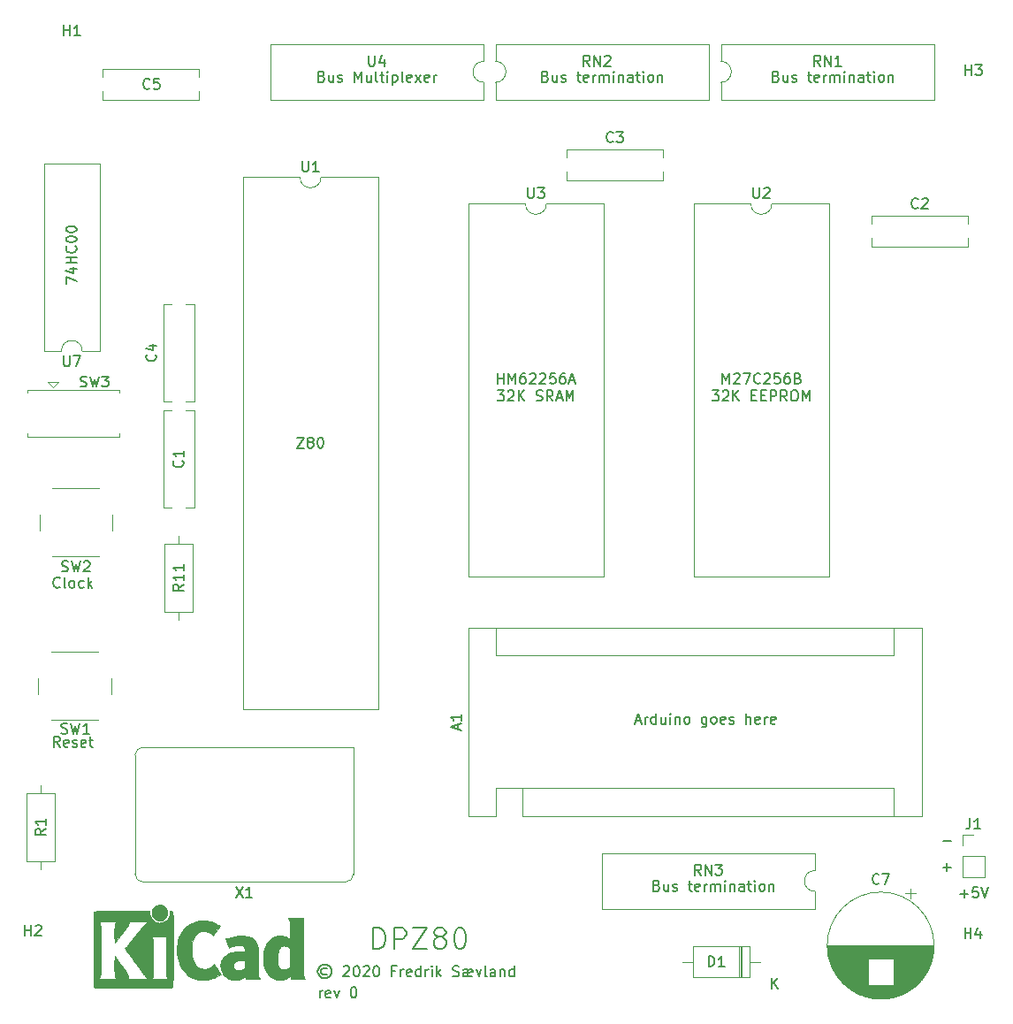
<source format=gbr>
G04 #@! TF.GenerationSoftware,KiCad,Pcbnew,5.1.5-52549c5~84~ubuntu19.10.1*
G04 #@! TF.CreationDate,2020-03-08T15:39:51+01:00*
G04 #@! TF.ProjectId,Z80_minimal,5a38305f-6d69-46e6-996d-616c2e6b6963,rev?*
G04 #@! TF.SameCoordinates,Original*
G04 #@! TF.FileFunction,Legend,Top*
G04 #@! TF.FilePolarity,Positive*
%FSLAX46Y46*%
G04 Gerber Fmt 4.6, Leading zero omitted, Abs format (unit mm)*
G04 Created by KiCad (PCBNEW 5.1.5-52549c5~84~ubuntu19.10.1) date 2020-03-08 15:39:51*
%MOMM*%
%LPD*%
G04 APERTURE LIST*
%ADD10C,0.150000*%
%ADD11C,0.010000*%
%ADD12C,0.120000*%
G04 APERTURE END LIST*
D10*
X129665904Y-143124380D02*
X129665904Y-142457714D01*
X129665904Y-142648190D02*
X129713523Y-142552952D01*
X129761142Y-142505333D01*
X129856380Y-142457714D01*
X129951619Y-142457714D01*
X130665904Y-143076761D02*
X130570666Y-143124380D01*
X130380190Y-143124380D01*
X130284952Y-143076761D01*
X130237333Y-142981523D01*
X130237333Y-142600571D01*
X130284952Y-142505333D01*
X130380190Y-142457714D01*
X130570666Y-142457714D01*
X130665904Y-142505333D01*
X130713523Y-142600571D01*
X130713523Y-142695809D01*
X130237333Y-142791047D01*
X131046857Y-142457714D02*
X131284952Y-143124380D01*
X131523047Y-142457714D01*
X132856380Y-142124380D02*
X132951619Y-142124380D01*
X133046857Y-142172000D01*
X133094476Y-142219619D01*
X133142095Y-142314857D01*
X133189714Y-142505333D01*
X133189714Y-142743428D01*
X133142095Y-142933904D01*
X133094476Y-143029142D01*
X133046857Y-143076761D01*
X132951619Y-143124380D01*
X132856380Y-143124380D01*
X132761142Y-143076761D01*
X132713523Y-143029142D01*
X132665904Y-142933904D01*
X132618285Y-142743428D01*
X132618285Y-142505333D01*
X132665904Y-142314857D01*
X132713523Y-142219619D01*
X132761142Y-142172000D01*
X132856380Y-142124380D01*
X104765904Y-119121380D02*
X104432571Y-118645190D01*
X104194476Y-119121380D02*
X104194476Y-118121380D01*
X104575428Y-118121380D01*
X104670666Y-118169000D01*
X104718285Y-118216619D01*
X104765904Y-118311857D01*
X104765904Y-118454714D01*
X104718285Y-118549952D01*
X104670666Y-118597571D01*
X104575428Y-118645190D01*
X104194476Y-118645190D01*
X105575428Y-119073761D02*
X105480190Y-119121380D01*
X105289714Y-119121380D01*
X105194476Y-119073761D01*
X105146857Y-118978523D01*
X105146857Y-118597571D01*
X105194476Y-118502333D01*
X105289714Y-118454714D01*
X105480190Y-118454714D01*
X105575428Y-118502333D01*
X105623047Y-118597571D01*
X105623047Y-118692809D01*
X105146857Y-118788047D01*
X106004000Y-119073761D02*
X106099238Y-119121380D01*
X106289714Y-119121380D01*
X106384952Y-119073761D01*
X106432571Y-118978523D01*
X106432571Y-118930904D01*
X106384952Y-118835666D01*
X106289714Y-118788047D01*
X106146857Y-118788047D01*
X106051619Y-118740428D01*
X106004000Y-118645190D01*
X106004000Y-118597571D01*
X106051619Y-118502333D01*
X106146857Y-118454714D01*
X106289714Y-118454714D01*
X106384952Y-118502333D01*
X107242095Y-119073761D02*
X107146857Y-119121380D01*
X106956380Y-119121380D01*
X106861142Y-119073761D01*
X106813523Y-118978523D01*
X106813523Y-118597571D01*
X106861142Y-118502333D01*
X106956380Y-118454714D01*
X107146857Y-118454714D01*
X107242095Y-118502333D01*
X107289714Y-118597571D01*
X107289714Y-118692809D01*
X106813523Y-118788047D01*
X107575428Y-118454714D02*
X107956380Y-118454714D01*
X107718285Y-118121380D02*
X107718285Y-118978523D01*
X107765904Y-119073761D01*
X107861142Y-119121380D01*
X107956380Y-119121380D01*
X104765904Y-103786142D02*
X104718285Y-103833761D01*
X104575428Y-103881380D01*
X104480190Y-103881380D01*
X104337333Y-103833761D01*
X104242095Y-103738523D01*
X104194476Y-103643285D01*
X104146857Y-103452809D01*
X104146857Y-103309952D01*
X104194476Y-103119476D01*
X104242095Y-103024238D01*
X104337333Y-102929000D01*
X104480190Y-102881380D01*
X104575428Y-102881380D01*
X104718285Y-102929000D01*
X104765904Y-102976619D01*
X105337333Y-103881380D02*
X105242095Y-103833761D01*
X105194476Y-103738523D01*
X105194476Y-102881380D01*
X105861142Y-103881380D02*
X105765904Y-103833761D01*
X105718285Y-103786142D01*
X105670666Y-103690904D01*
X105670666Y-103405190D01*
X105718285Y-103309952D01*
X105765904Y-103262333D01*
X105861142Y-103214714D01*
X106004000Y-103214714D01*
X106099238Y-103262333D01*
X106146857Y-103309952D01*
X106194476Y-103405190D01*
X106194476Y-103690904D01*
X106146857Y-103786142D01*
X106099238Y-103833761D01*
X106004000Y-103881380D01*
X105861142Y-103881380D01*
X107051619Y-103833761D02*
X106956380Y-103881380D01*
X106765904Y-103881380D01*
X106670666Y-103833761D01*
X106623047Y-103786142D01*
X106575428Y-103690904D01*
X106575428Y-103405190D01*
X106623047Y-103309952D01*
X106670666Y-103262333D01*
X106765904Y-103214714D01*
X106956380Y-103214714D01*
X107051619Y-103262333D01*
X107480190Y-103881380D02*
X107480190Y-102881380D01*
X107575428Y-103500428D02*
X107861142Y-103881380D01*
X107861142Y-103214714D02*
X107480190Y-103595666D01*
X190992285Y-133167428D02*
X191754190Y-133167428D01*
X191373238Y-133548380D02*
X191373238Y-132786476D01*
X192706571Y-132548380D02*
X192230380Y-132548380D01*
X192182761Y-133024571D01*
X192230380Y-132976952D01*
X192325619Y-132929333D01*
X192563714Y-132929333D01*
X192658952Y-132976952D01*
X192706571Y-133024571D01*
X192754190Y-133119809D01*
X192754190Y-133357904D01*
X192706571Y-133453142D01*
X192658952Y-133500761D01*
X192563714Y-133548380D01*
X192325619Y-133548380D01*
X192230380Y-133500761D01*
X192182761Y-133453142D01*
X193039904Y-132548380D02*
X193373238Y-133548380D01*
X193706571Y-132548380D01*
X129866095Y-54919571D02*
X130008952Y-54967190D01*
X130056571Y-55014809D01*
X130104190Y-55110047D01*
X130104190Y-55252904D01*
X130056571Y-55348142D01*
X130008952Y-55395761D01*
X129913714Y-55443380D01*
X129532761Y-55443380D01*
X129532761Y-54443380D01*
X129866095Y-54443380D01*
X129961333Y-54491000D01*
X130008952Y-54538619D01*
X130056571Y-54633857D01*
X130056571Y-54729095D01*
X130008952Y-54824333D01*
X129961333Y-54871952D01*
X129866095Y-54919571D01*
X129532761Y-54919571D01*
X130961333Y-54776714D02*
X130961333Y-55443380D01*
X130532761Y-54776714D02*
X130532761Y-55300523D01*
X130580380Y-55395761D01*
X130675619Y-55443380D01*
X130818476Y-55443380D01*
X130913714Y-55395761D01*
X130961333Y-55348142D01*
X131389904Y-55395761D02*
X131485142Y-55443380D01*
X131675619Y-55443380D01*
X131770857Y-55395761D01*
X131818476Y-55300523D01*
X131818476Y-55252904D01*
X131770857Y-55157666D01*
X131675619Y-55110047D01*
X131532761Y-55110047D01*
X131437523Y-55062428D01*
X131389904Y-54967190D01*
X131389904Y-54919571D01*
X131437523Y-54824333D01*
X131532761Y-54776714D01*
X131675619Y-54776714D01*
X131770857Y-54824333D01*
X133008952Y-55443380D02*
X133008952Y-54443380D01*
X133342285Y-55157666D01*
X133675619Y-54443380D01*
X133675619Y-55443380D01*
X134580380Y-54776714D02*
X134580380Y-55443380D01*
X134151809Y-54776714D02*
X134151809Y-55300523D01*
X134199428Y-55395761D01*
X134294666Y-55443380D01*
X134437523Y-55443380D01*
X134532761Y-55395761D01*
X134580380Y-55348142D01*
X135199428Y-55443380D02*
X135104190Y-55395761D01*
X135056571Y-55300523D01*
X135056571Y-54443380D01*
X135437523Y-54776714D02*
X135818476Y-54776714D01*
X135580380Y-54443380D02*
X135580380Y-55300523D01*
X135628000Y-55395761D01*
X135723238Y-55443380D01*
X135818476Y-55443380D01*
X136151809Y-55443380D02*
X136151809Y-54776714D01*
X136151809Y-54443380D02*
X136104190Y-54491000D01*
X136151809Y-54538619D01*
X136199428Y-54491000D01*
X136151809Y-54443380D01*
X136151809Y-54538619D01*
X136628000Y-54776714D02*
X136628000Y-55776714D01*
X136628000Y-54824333D02*
X136723238Y-54776714D01*
X136913714Y-54776714D01*
X137008952Y-54824333D01*
X137056571Y-54871952D01*
X137104190Y-54967190D01*
X137104190Y-55252904D01*
X137056571Y-55348142D01*
X137008952Y-55395761D01*
X136913714Y-55443380D01*
X136723238Y-55443380D01*
X136628000Y-55395761D01*
X137675619Y-55443380D02*
X137580380Y-55395761D01*
X137532761Y-55300523D01*
X137532761Y-54443380D01*
X138437523Y-55395761D02*
X138342285Y-55443380D01*
X138151809Y-55443380D01*
X138056571Y-55395761D01*
X138008952Y-55300523D01*
X138008952Y-54919571D01*
X138056571Y-54824333D01*
X138151809Y-54776714D01*
X138342285Y-54776714D01*
X138437523Y-54824333D01*
X138485142Y-54919571D01*
X138485142Y-55014809D01*
X138008952Y-55110047D01*
X138818476Y-55443380D02*
X139342285Y-54776714D01*
X138818476Y-54776714D02*
X139342285Y-55443380D01*
X140104190Y-55395761D02*
X140008952Y-55443380D01*
X139818476Y-55443380D01*
X139723238Y-55395761D01*
X139675619Y-55300523D01*
X139675619Y-54919571D01*
X139723238Y-54824333D01*
X139818476Y-54776714D01*
X140008952Y-54776714D01*
X140104190Y-54824333D01*
X140151809Y-54919571D01*
X140151809Y-55014809D01*
X139675619Y-55110047D01*
X140580380Y-55443380D02*
X140580380Y-54776714D01*
X140580380Y-54967190D02*
X140628000Y-54871952D01*
X140675619Y-54824333D01*
X140770857Y-54776714D01*
X140866095Y-54776714D01*
X161957428Y-132389571D02*
X162100285Y-132437190D01*
X162147904Y-132484809D01*
X162195523Y-132580047D01*
X162195523Y-132722904D01*
X162147904Y-132818142D01*
X162100285Y-132865761D01*
X162005047Y-132913380D01*
X161624095Y-132913380D01*
X161624095Y-131913380D01*
X161957428Y-131913380D01*
X162052666Y-131961000D01*
X162100285Y-132008619D01*
X162147904Y-132103857D01*
X162147904Y-132199095D01*
X162100285Y-132294333D01*
X162052666Y-132341952D01*
X161957428Y-132389571D01*
X161624095Y-132389571D01*
X163052666Y-132246714D02*
X163052666Y-132913380D01*
X162624095Y-132246714D02*
X162624095Y-132770523D01*
X162671714Y-132865761D01*
X162766952Y-132913380D01*
X162909809Y-132913380D01*
X163005047Y-132865761D01*
X163052666Y-132818142D01*
X163481238Y-132865761D02*
X163576476Y-132913380D01*
X163766952Y-132913380D01*
X163862190Y-132865761D01*
X163909809Y-132770523D01*
X163909809Y-132722904D01*
X163862190Y-132627666D01*
X163766952Y-132580047D01*
X163624095Y-132580047D01*
X163528857Y-132532428D01*
X163481238Y-132437190D01*
X163481238Y-132389571D01*
X163528857Y-132294333D01*
X163624095Y-132246714D01*
X163766952Y-132246714D01*
X163862190Y-132294333D01*
X164957428Y-132246714D02*
X165338380Y-132246714D01*
X165100285Y-131913380D02*
X165100285Y-132770523D01*
X165147904Y-132865761D01*
X165243142Y-132913380D01*
X165338380Y-132913380D01*
X166052666Y-132865761D02*
X165957428Y-132913380D01*
X165766952Y-132913380D01*
X165671714Y-132865761D01*
X165624095Y-132770523D01*
X165624095Y-132389571D01*
X165671714Y-132294333D01*
X165766952Y-132246714D01*
X165957428Y-132246714D01*
X166052666Y-132294333D01*
X166100285Y-132389571D01*
X166100285Y-132484809D01*
X165624095Y-132580047D01*
X166528857Y-132913380D02*
X166528857Y-132246714D01*
X166528857Y-132437190D02*
X166576476Y-132341952D01*
X166624095Y-132294333D01*
X166719333Y-132246714D01*
X166814571Y-132246714D01*
X167147904Y-132913380D02*
X167147904Y-132246714D01*
X167147904Y-132341952D02*
X167195523Y-132294333D01*
X167290761Y-132246714D01*
X167433619Y-132246714D01*
X167528857Y-132294333D01*
X167576476Y-132389571D01*
X167576476Y-132913380D01*
X167576476Y-132389571D02*
X167624095Y-132294333D01*
X167719333Y-132246714D01*
X167862190Y-132246714D01*
X167957428Y-132294333D01*
X168005047Y-132389571D01*
X168005047Y-132913380D01*
X168481238Y-132913380D02*
X168481238Y-132246714D01*
X168481238Y-131913380D02*
X168433619Y-131961000D01*
X168481238Y-132008619D01*
X168528857Y-131961000D01*
X168481238Y-131913380D01*
X168481238Y-132008619D01*
X168957428Y-132246714D02*
X168957428Y-132913380D01*
X168957428Y-132341952D02*
X169005047Y-132294333D01*
X169100285Y-132246714D01*
X169243142Y-132246714D01*
X169338380Y-132294333D01*
X169386000Y-132389571D01*
X169386000Y-132913380D01*
X170290761Y-132913380D02*
X170290761Y-132389571D01*
X170243142Y-132294333D01*
X170147904Y-132246714D01*
X169957428Y-132246714D01*
X169862190Y-132294333D01*
X170290761Y-132865761D02*
X170195523Y-132913380D01*
X169957428Y-132913380D01*
X169862190Y-132865761D01*
X169814571Y-132770523D01*
X169814571Y-132675285D01*
X169862190Y-132580047D01*
X169957428Y-132532428D01*
X170195523Y-132532428D01*
X170290761Y-132484809D01*
X170624095Y-132246714D02*
X171005047Y-132246714D01*
X170766952Y-131913380D02*
X170766952Y-132770523D01*
X170814571Y-132865761D01*
X170909809Y-132913380D01*
X171005047Y-132913380D01*
X171338380Y-132913380D02*
X171338380Y-132246714D01*
X171338380Y-131913380D02*
X171290761Y-131961000D01*
X171338380Y-132008619D01*
X171386000Y-131961000D01*
X171338380Y-131913380D01*
X171338380Y-132008619D01*
X171957428Y-132913380D02*
X171862190Y-132865761D01*
X171814571Y-132818142D01*
X171766952Y-132722904D01*
X171766952Y-132437190D01*
X171814571Y-132341952D01*
X171862190Y-132294333D01*
X171957428Y-132246714D01*
X172100285Y-132246714D01*
X172195523Y-132294333D01*
X172243142Y-132341952D01*
X172290761Y-132437190D01*
X172290761Y-132722904D01*
X172243142Y-132818142D01*
X172195523Y-132865761D01*
X172100285Y-132913380D01*
X171957428Y-132913380D01*
X172719333Y-132246714D02*
X172719333Y-132913380D01*
X172719333Y-132341952D02*
X172766952Y-132294333D01*
X172862190Y-132246714D01*
X173005047Y-132246714D01*
X173100285Y-132294333D01*
X173147904Y-132389571D01*
X173147904Y-132913380D01*
X105370380Y-74794714D02*
X105370380Y-74128047D01*
X106370380Y-74556619D01*
X105703714Y-73318523D02*
X106370380Y-73318523D01*
X105322761Y-73556619D02*
X106037047Y-73794714D01*
X106037047Y-73175666D01*
X106370380Y-72794714D02*
X105370380Y-72794714D01*
X105846571Y-72794714D02*
X105846571Y-72223285D01*
X106370380Y-72223285D02*
X105370380Y-72223285D01*
X106275142Y-71175666D02*
X106322761Y-71223285D01*
X106370380Y-71366142D01*
X106370380Y-71461380D01*
X106322761Y-71604238D01*
X106227523Y-71699476D01*
X106132285Y-71747095D01*
X105941809Y-71794714D01*
X105798952Y-71794714D01*
X105608476Y-71747095D01*
X105513238Y-71699476D01*
X105418000Y-71604238D01*
X105370380Y-71461380D01*
X105370380Y-71366142D01*
X105418000Y-71223285D01*
X105465619Y-71175666D01*
X105370380Y-70556619D02*
X105370380Y-70461380D01*
X105418000Y-70366142D01*
X105465619Y-70318523D01*
X105560857Y-70270904D01*
X105751333Y-70223285D01*
X105989428Y-70223285D01*
X106179904Y-70270904D01*
X106275142Y-70318523D01*
X106322761Y-70366142D01*
X106370380Y-70461380D01*
X106370380Y-70556619D01*
X106322761Y-70651857D01*
X106275142Y-70699476D01*
X106179904Y-70747095D01*
X105989428Y-70794714D01*
X105751333Y-70794714D01*
X105560857Y-70747095D01*
X105465619Y-70699476D01*
X105418000Y-70651857D01*
X105370380Y-70556619D01*
X105370380Y-69604238D02*
X105370380Y-69509000D01*
X105418000Y-69413761D01*
X105465619Y-69366142D01*
X105560857Y-69318523D01*
X105751333Y-69270904D01*
X105989428Y-69270904D01*
X106179904Y-69318523D01*
X106275142Y-69366142D01*
X106322761Y-69413761D01*
X106370380Y-69509000D01*
X106370380Y-69604238D01*
X106322761Y-69699476D01*
X106275142Y-69747095D01*
X106179904Y-69794714D01*
X105989428Y-69842333D01*
X105751333Y-69842333D01*
X105560857Y-69794714D01*
X105465619Y-69747095D01*
X105418000Y-69699476D01*
X105370380Y-69604238D01*
X127492285Y-89495380D02*
X128158952Y-89495380D01*
X127492285Y-90495380D01*
X128158952Y-90495380D01*
X128682761Y-89923952D02*
X128587523Y-89876333D01*
X128539904Y-89828714D01*
X128492285Y-89733476D01*
X128492285Y-89685857D01*
X128539904Y-89590619D01*
X128587523Y-89543000D01*
X128682761Y-89495380D01*
X128873238Y-89495380D01*
X128968476Y-89543000D01*
X129016095Y-89590619D01*
X129063714Y-89685857D01*
X129063714Y-89733476D01*
X129016095Y-89828714D01*
X128968476Y-89876333D01*
X128873238Y-89923952D01*
X128682761Y-89923952D01*
X128587523Y-89971571D01*
X128539904Y-90019190D01*
X128492285Y-90114428D01*
X128492285Y-90304904D01*
X128539904Y-90400142D01*
X128587523Y-90447761D01*
X128682761Y-90495380D01*
X128873238Y-90495380D01*
X128968476Y-90447761D01*
X129016095Y-90400142D01*
X129063714Y-90304904D01*
X129063714Y-90114428D01*
X129016095Y-90019190D01*
X128968476Y-89971571D01*
X128873238Y-89923952D01*
X129682761Y-89495380D02*
X129778000Y-89495380D01*
X129873238Y-89543000D01*
X129920857Y-89590619D01*
X129968476Y-89685857D01*
X130016095Y-89876333D01*
X130016095Y-90114428D01*
X129968476Y-90304904D01*
X129920857Y-90400142D01*
X129873238Y-90447761D01*
X129778000Y-90495380D01*
X129682761Y-90495380D01*
X129587523Y-90447761D01*
X129539904Y-90400142D01*
X129492285Y-90304904D01*
X129444666Y-90114428D01*
X129444666Y-89876333D01*
X129492285Y-89685857D01*
X129539904Y-89590619D01*
X129587523Y-89543000D01*
X129682761Y-89495380D01*
X173387428Y-54919571D02*
X173530285Y-54967190D01*
X173577904Y-55014809D01*
X173625523Y-55110047D01*
X173625523Y-55252904D01*
X173577904Y-55348142D01*
X173530285Y-55395761D01*
X173435047Y-55443380D01*
X173054095Y-55443380D01*
X173054095Y-54443380D01*
X173387428Y-54443380D01*
X173482666Y-54491000D01*
X173530285Y-54538619D01*
X173577904Y-54633857D01*
X173577904Y-54729095D01*
X173530285Y-54824333D01*
X173482666Y-54871952D01*
X173387428Y-54919571D01*
X173054095Y-54919571D01*
X174482666Y-54776714D02*
X174482666Y-55443380D01*
X174054095Y-54776714D02*
X174054095Y-55300523D01*
X174101714Y-55395761D01*
X174196952Y-55443380D01*
X174339809Y-55443380D01*
X174435047Y-55395761D01*
X174482666Y-55348142D01*
X174911238Y-55395761D02*
X175006476Y-55443380D01*
X175196952Y-55443380D01*
X175292190Y-55395761D01*
X175339809Y-55300523D01*
X175339809Y-55252904D01*
X175292190Y-55157666D01*
X175196952Y-55110047D01*
X175054095Y-55110047D01*
X174958857Y-55062428D01*
X174911238Y-54967190D01*
X174911238Y-54919571D01*
X174958857Y-54824333D01*
X175054095Y-54776714D01*
X175196952Y-54776714D01*
X175292190Y-54824333D01*
X176387428Y-54776714D02*
X176768380Y-54776714D01*
X176530285Y-54443380D02*
X176530285Y-55300523D01*
X176577904Y-55395761D01*
X176673142Y-55443380D01*
X176768380Y-55443380D01*
X177482666Y-55395761D02*
X177387428Y-55443380D01*
X177196952Y-55443380D01*
X177101714Y-55395761D01*
X177054095Y-55300523D01*
X177054095Y-54919571D01*
X177101714Y-54824333D01*
X177196952Y-54776714D01*
X177387428Y-54776714D01*
X177482666Y-54824333D01*
X177530285Y-54919571D01*
X177530285Y-55014809D01*
X177054095Y-55110047D01*
X177958857Y-55443380D02*
X177958857Y-54776714D01*
X177958857Y-54967190D02*
X178006476Y-54871952D01*
X178054095Y-54824333D01*
X178149333Y-54776714D01*
X178244571Y-54776714D01*
X178577904Y-55443380D02*
X178577904Y-54776714D01*
X178577904Y-54871952D02*
X178625523Y-54824333D01*
X178720761Y-54776714D01*
X178863619Y-54776714D01*
X178958857Y-54824333D01*
X179006476Y-54919571D01*
X179006476Y-55443380D01*
X179006476Y-54919571D02*
X179054095Y-54824333D01*
X179149333Y-54776714D01*
X179292190Y-54776714D01*
X179387428Y-54824333D01*
X179435047Y-54919571D01*
X179435047Y-55443380D01*
X179911238Y-55443380D02*
X179911238Y-54776714D01*
X179911238Y-54443380D02*
X179863619Y-54491000D01*
X179911238Y-54538619D01*
X179958857Y-54491000D01*
X179911238Y-54443380D01*
X179911238Y-54538619D01*
X180387428Y-54776714D02*
X180387428Y-55443380D01*
X180387428Y-54871952D02*
X180435047Y-54824333D01*
X180530285Y-54776714D01*
X180673142Y-54776714D01*
X180768380Y-54824333D01*
X180816000Y-54919571D01*
X180816000Y-55443380D01*
X181720761Y-55443380D02*
X181720761Y-54919571D01*
X181673142Y-54824333D01*
X181577904Y-54776714D01*
X181387428Y-54776714D01*
X181292190Y-54824333D01*
X181720761Y-55395761D02*
X181625523Y-55443380D01*
X181387428Y-55443380D01*
X181292190Y-55395761D01*
X181244571Y-55300523D01*
X181244571Y-55205285D01*
X181292190Y-55110047D01*
X181387428Y-55062428D01*
X181625523Y-55062428D01*
X181720761Y-55014809D01*
X182054095Y-54776714D02*
X182435047Y-54776714D01*
X182196952Y-54443380D02*
X182196952Y-55300523D01*
X182244571Y-55395761D01*
X182339809Y-55443380D01*
X182435047Y-55443380D01*
X182768380Y-55443380D02*
X182768380Y-54776714D01*
X182768380Y-54443380D02*
X182720761Y-54491000D01*
X182768380Y-54538619D01*
X182816000Y-54491000D01*
X182768380Y-54443380D01*
X182768380Y-54538619D01*
X183387428Y-55443380D02*
X183292190Y-55395761D01*
X183244571Y-55348142D01*
X183196952Y-55252904D01*
X183196952Y-54967190D01*
X183244571Y-54871952D01*
X183292190Y-54824333D01*
X183387428Y-54776714D01*
X183530285Y-54776714D01*
X183625523Y-54824333D01*
X183673142Y-54871952D01*
X183720761Y-54967190D01*
X183720761Y-55252904D01*
X183673142Y-55348142D01*
X183625523Y-55395761D01*
X183530285Y-55443380D01*
X183387428Y-55443380D01*
X184149333Y-54776714D02*
X184149333Y-55443380D01*
X184149333Y-54871952D02*
X184196952Y-54824333D01*
X184292190Y-54776714D01*
X184435047Y-54776714D01*
X184530285Y-54824333D01*
X184577904Y-54919571D01*
X184577904Y-55443380D01*
X151289428Y-54919571D02*
X151432285Y-54967190D01*
X151479904Y-55014809D01*
X151527523Y-55110047D01*
X151527523Y-55252904D01*
X151479904Y-55348142D01*
X151432285Y-55395761D01*
X151337047Y-55443380D01*
X150956095Y-55443380D01*
X150956095Y-54443380D01*
X151289428Y-54443380D01*
X151384666Y-54491000D01*
X151432285Y-54538619D01*
X151479904Y-54633857D01*
X151479904Y-54729095D01*
X151432285Y-54824333D01*
X151384666Y-54871952D01*
X151289428Y-54919571D01*
X150956095Y-54919571D01*
X152384666Y-54776714D02*
X152384666Y-55443380D01*
X151956095Y-54776714D02*
X151956095Y-55300523D01*
X152003714Y-55395761D01*
X152098952Y-55443380D01*
X152241809Y-55443380D01*
X152337047Y-55395761D01*
X152384666Y-55348142D01*
X152813238Y-55395761D02*
X152908476Y-55443380D01*
X153098952Y-55443380D01*
X153194190Y-55395761D01*
X153241809Y-55300523D01*
X153241809Y-55252904D01*
X153194190Y-55157666D01*
X153098952Y-55110047D01*
X152956095Y-55110047D01*
X152860857Y-55062428D01*
X152813238Y-54967190D01*
X152813238Y-54919571D01*
X152860857Y-54824333D01*
X152956095Y-54776714D01*
X153098952Y-54776714D01*
X153194190Y-54824333D01*
X154289428Y-54776714D02*
X154670380Y-54776714D01*
X154432285Y-54443380D02*
X154432285Y-55300523D01*
X154479904Y-55395761D01*
X154575142Y-55443380D01*
X154670380Y-55443380D01*
X155384666Y-55395761D02*
X155289428Y-55443380D01*
X155098952Y-55443380D01*
X155003714Y-55395761D01*
X154956095Y-55300523D01*
X154956095Y-54919571D01*
X155003714Y-54824333D01*
X155098952Y-54776714D01*
X155289428Y-54776714D01*
X155384666Y-54824333D01*
X155432285Y-54919571D01*
X155432285Y-55014809D01*
X154956095Y-55110047D01*
X155860857Y-55443380D02*
X155860857Y-54776714D01*
X155860857Y-54967190D02*
X155908476Y-54871952D01*
X155956095Y-54824333D01*
X156051333Y-54776714D01*
X156146571Y-54776714D01*
X156479904Y-55443380D02*
X156479904Y-54776714D01*
X156479904Y-54871952D02*
X156527523Y-54824333D01*
X156622761Y-54776714D01*
X156765619Y-54776714D01*
X156860857Y-54824333D01*
X156908476Y-54919571D01*
X156908476Y-55443380D01*
X156908476Y-54919571D02*
X156956095Y-54824333D01*
X157051333Y-54776714D01*
X157194190Y-54776714D01*
X157289428Y-54824333D01*
X157337047Y-54919571D01*
X157337047Y-55443380D01*
X157813238Y-55443380D02*
X157813238Y-54776714D01*
X157813238Y-54443380D02*
X157765619Y-54491000D01*
X157813238Y-54538619D01*
X157860857Y-54491000D01*
X157813238Y-54443380D01*
X157813238Y-54538619D01*
X158289428Y-54776714D02*
X158289428Y-55443380D01*
X158289428Y-54871952D02*
X158337047Y-54824333D01*
X158432285Y-54776714D01*
X158575142Y-54776714D01*
X158670380Y-54824333D01*
X158718000Y-54919571D01*
X158718000Y-55443380D01*
X159622761Y-55443380D02*
X159622761Y-54919571D01*
X159575142Y-54824333D01*
X159479904Y-54776714D01*
X159289428Y-54776714D01*
X159194190Y-54824333D01*
X159622761Y-55395761D02*
X159527523Y-55443380D01*
X159289428Y-55443380D01*
X159194190Y-55395761D01*
X159146571Y-55300523D01*
X159146571Y-55205285D01*
X159194190Y-55110047D01*
X159289428Y-55062428D01*
X159527523Y-55062428D01*
X159622761Y-55014809D01*
X159956095Y-54776714D02*
X160337047Y-54776714D01*
X160098952Y-54443380D02*
X160098952Y-55300523D01*
X160146571Y-55395761D01*
X160241809Y-55443380D01*
X160337047Y-55443380D01*
X160670380Y-55443380D02*
X160670380Y-54776714D01*
X160670380Y-54443380D02*
X160622761Y-54491000D01*
X160670380Y-54538619D01*
X160718000Y-54491000D01*
X160670380Y-54443380D01*
X160670380Y-54538619D01*
X161289428Y-55443380D02*
X161194190Y-55395761D01*
X161146571Y-55348142D01*
X161098952Y-55252904D01*
X161098952Y-54967190D01*
X161146571Y-54871952D01*
X161194190Y-54824333D01*
X161289428Y-54776714D01*
X161432285Y-54776714D01*
X161527523Y-54824333D01*
X161575142Y-54871952D01*
X161622761Y-54967190D01*
X161622761Y-55252904D01*
X161575142Y-55348142D01*
X161527523Y-55395761D01*
X161432285Y-55443380D01*
X161289428Y-55443380D01*
X162051333Y-54776714D02*
X162051333Y-55443380D01*
X162051333Y-54871952D02*
X162098952Y-54824333D01*
X162194190Y-54776714D01*
X162337047Y-54776714D01*
X162432285Y-54824333D01*
X162479904Y-54919571D01*
X162479904Y-55443380D01*
X146701333Y-84336380D02*
X146701333Y-83336380D01*
X146701333Y-83812571D02*
X147272761Y-83812571D01*
X147272761Y-84336380D02*
X147272761Y-83336380D01*
X147748952Y-84336380D02*
X147748952Y-83336380D01*
X148082285Y-84050666D01*
X148415619Y-83336380D01*
X148415619Y-84336380D01*
X149320380Y-83336380D02*
X149129904Y-83336380D01*
X149034666Y-83384000D01*
X148987047Y-83431619D01*
X148891809Y-83574476D01*
X148844190Y-83764952D01*
X148844190Y-84145904D01*
X148891809Y-84241142D01*
X148939428Y-84288761D01*
X149034666Y-84336380D01*
X149225142Y-84336380D01*
X149320380Y-84288761D01*
X149368000Y-84241142D01*
X149415619Y-84145904D01*
X149415619Y-83907809D01*
X149368000Y-83812571D01*
X149320380Y-83764952D01*
X149225142Y-83717333D01*
X149034666Y-83717333D01*
X148939428Y-83764952D01*
X148891809Y-83812571D01*
X148844190Y-83907809D01*
X149796571Y-83431619D02*
X149844190Y-83384000D01*
X149939428Y-83336380D01*
X150177523Y-83336380D01*
X150272761Y-83384000D01*
X150320380Y-83431619D01*
X150368000Y-83526857D01*
X150368000Y-83622095D01*
X150320380Y-83764952D01*
X149748952Y-84336380D01*
X150368000Y-84336380D01*
X150748952Y-83431619D02*
X150796571Y-83384000D01*
X150891809Y-83336380D01*
X151129904Y-83336380D01*
X151225142Y-83384000D01*
X151272761Y-83431619D01*
X151320380Y-83526857D01*
X151320380Y-83622095D01*
X151272761Y-83764952D01*
X150701333Y-84336380D01*
X151320380Y-84336380D01*
X152225142Y-83336380D02*
X151748952Y-83336380D01*
X151701333Y-83812571D01*
X151748952Y-83764952D01*
X151844190Y-83717333D01*
X152082285Y-83717333D01*
X152177523Y-83764952D01*
X152225142Y-83812571D01*
X152272761Y-83907809D01*
X152272761Y-84145904D01*
X152225142Y-84241142D01*
X152177523Y-84288761D01*
X152082285Y-84336380D01*
X151844190Y-84336380D01*
X151748952Y-84288761D01*
X151701333Y-84241142D01*
X153129904Y-83336380D02*
X152939428Y-83336380D01*
X152844190Y-83384000D01*
X152796571Y-83431619D01*
X152701333Y-83574476D01*
X152653714Y-83764952D01*
X152653714Y-84145904D01*
X152701333Y-84241142D01*
X152748952Y-84288761D01*
X152844190Y-84336380D01*
X153034666Y-84336380D01*
X153129904Y-84288761D01*
X153177523Y-84241142D01*
X153225142Y-84145904D01*
X153225142Y-83907809D01*
X153177523Y-83812571D01*
X153129904Y-83764952D01*
X153034666Y-83717333D01*
X152844190Y-83717333D01*
X152748952Y-83764952D01*
X152701333Y-83812571D01*
X152653714Y-83907809D01*
X153606095Y-84050666D02*
X154082285Y-84050666D01*
X153510857Y-84336380D02*
X153844190Y-83336380D01*
X154177523Y-84336380D01*
X146701333Y-84986380D02*
X147320380Y-84986380D01*
X146987047Y-85367333D01*
X147129904Y-85367333D01*
X147225142Y-85414952D01*
X147272761Y-85462571D01*
X147320380Y-85557809D01*
X147320380Y-85795904D01*
X147272761Y-85891142D01*
X147225142Y-85938761D01*
X147129904Y-85986380D01*
X146844190Y-85986380D01*
X146748952Y-85938761D01*
X146701333Y-85891142D01*
X147701333Y-85081619D02*
X147748952Y-85034000D01*
X147844190Y-84986380D01*
X148082285Y-84986380D01*
X148177523Y-85034000D01*
X148225142Y-85081619D01*
X148272761Y-85176857D01*
X148272761Y-85272095D01*
X148225142Y-85414952D01*
X147653714Y-85986380D01*
X148272761Y-85986380D01*
X148701333Y-85986380D02*
X148701333Y-84986380D01*
X149272761Y-85986380D02*
X148844190Y-85414952D01*
X149272761Y-84986380D02*
X148701333Y-85557809D01*
X150415619Y-85938761D02*
X150558476Y-85986380D01*
X150796571Y-85986380D01*
X150891809Y-85938761D01*
X150939428Y-85891142D01*
X150987047Y-85795904D01*
X150987047Y-85700666D01*
X150939428Y-85605428D01*
X150891809Y-85557809D01*
X150796571Y-85510190D01*
X150606095Y-85462571D01*
X150510857Y-85414952D01*
X150463238Y-85367333D01*
X150415619Y-85272095D01*
X150415619Y-85176857D01*
X150463238Y-85081619D01*
X150510857Y-85034000D01*
X150606095Y-84986380D01*
X150844190Y-84986380D01*
X150987047Y-85034000D01*
X151987047Y-85986380D02*
X151653714Y-85510190D01*
X151415619Y-85986380D02*
X151415619Y-84986380D01*
X151796571Y-84986380D01*
X151891809Y-85034000D01*
X151939428Y-85081619D01*
X151987047Y-85176857D01*
X151987047Y-85319714D01*
X151939428Y-85414952D01*
X151891809Y-85462571D01*
X151796571Y-85510190D01*
X151415619Y-85510190D01*
X152368000Y-85700666D02*
X152844190Y-85700666D01*
X152272761Y-85986380D02*
X152606095Y-84986380D01*
X152939428Y-85986380D01*
X153272761Y-85986380D02*
X153272761Y-84986380D01*
X153606095Y-85700666D01*
X153939428Y-84986380D01*
X153939428Y-85986380D01*
X168243714Y-84336380D02*
X168243714Y-83336380D01*
X168577047Y-84050666D01*
X168910380Y-83336380D01*
X168910380Y-84336380D01*
X169338952Y-83431619D02*
X169386571Y-83384000D01*
X169481809Y-83336380D01*
X169719904Y-83336380D01*
X169815142Y-83384000D01*
X169862761Y-83431619D01*
X169910380Y-83526857D01*
X169910380Y-83622095D01*
X169862761Y-83764952D01*
X169291333Y-84336380D01*
X169910380Y-84336380D01*
X170243714Y-83336380D02*
X170910380Y-83336380D01*
X170481809Y-84336380D01*
X171862761Y-84241142D02*
X171815142Y-84288761D01*
X171672285Y-84336380D01*
X171577047Y-84336380D01*
X171434190Y-84288761D01*
X171338952Y-84193523D01*
X171291333Y-84098285D01*
X171243714Y-83907809D01*
X171243714Y-83764952D01*
X171291333Y-83574476D01*
X171338952Y-83479238D01*
X171434190Y-83384000D01*
X171577047Y-83336380D01*
X171672285Y-83336380D01*
X171815142Y-83384000D01*
X171862761Y-83431619D01*
X172243714Y-83431619D02*
X172291333Y-83384000D01*
X172386571Y-83336380D01*
X172624666Y-83336380D01*
X172719904Y-83384000D01*
X172767523Y-83431619D01*
X172815142Y-83526857D01*
X172815142Y-83622095D01*
X172767523Y-83764952D01*
X172196095Y-84336380D01*
X172815142Y-84336380D01*
X173719904Y-83336380D02*
X173243714Y-83336380D01*
X173196095Y-83812571D01*
X173243714Y-83764952D01*
X173338952Y-83717333D01*
X173577047Y-83717333D01*
X173672285Y-83764952D01*
X173719904Y-83812571D01*
X173767523Y-83907809D01*
X173767523Y-84145904D01*
X173719904Y-84241142D01*
X173672285Y-84288761D01*
X173577047Y-84336380D01*
X173338952Y-84336380D01*
X173243714Y-84288761D01*
X173196095Y-84241142D01*
X174624666Y-83336380D02*
X174434190Y-83336380D01*
X174338952Y-83384000D01*
X174291333Y-83431619D01*
X174196095Y-83574476D01*
X174148476Y-83764952D01*
X174148476Y-84145904D01*
X174196095Y-84241142D01*
X174243714Y-84288761D01*
X174338952Y-84336380D01*
X174529428Y-84336380D01*
X174624666Y-84288761D01*
X174672285Y-84241142D01*
X174719904Y-84145904D01*
X174719904Y-83907809D01*
X174672285Y-83812571D01*
X174624666Y-83764952D01*
X174529428Y-83717333D01*
X174338952Y-83717333D01*
X174243714Y-83764952D01*
X174196095Y-83812571D01*
X174148476Y-83907809D01*
X175481809Y-83812571D02*
X175624666Y-83860190D01*
X175672285Y-83907809D01*
X175719904Y-84003047D01*
X175719904Y-84145904D01*
X175672285Y-84241142D01*
X175624666Y-84288761D01*
X175529428Y-84336380D01*
X175148476Y-84336380D01*
X175148476Y-83336380D01*
X175481809Y-83336380D01*
X175577047Y-83384000D01*
X175624666Y-83431619D01*
X175672285Y-83526857D01*
X175672285Y-83622095D01*
X175624666Y-83717333D01*
X175577047Y-83764952D01*
X175481809Y-83812571D01*
X175148476Y-83812571D01*
X167267523Y-84986380D02*
X167886571Y-84986380D01*
X167553238Y-85367333D01*
X167696095Y-85367333D01*
X167791333Y-85414952D01*
X167838952Y-85462571D01*
X167886571Y-85557809D01*
X167886571Y-85795904D01*
X167838952Y-85891142D01*
X167791333Y-85938761D01*
X167696095Y-85986380D01*
X167410380Y-85986380D01*
X167315142Y-85938761D01*
X167267523Y-85891142D01*
X168267523Y-85081619D02*
X168315142Y-85034000D01*
X168410380Y-84986380D01*
X168648476Y-84986380D01*
X168743714Y-85034000D01*
X168791333Y-85081619D01*
X168838952Y-85176857D01*
X168838952Y-85272095D01*
X168791333Y-85414952D01*
X168219904Y-85986380D01*
X168838952Y-85986380D01*
X169267523Y-85986380D02*
X169267523Y-84986380D01*
X169838952Y-85986380D02*
X169410380Y-85414952D01*
X169838952Y-84986380D02*
X169267523Y-85557809D01*
X171029428Y-85462571D02*
X171362761Y-85462571D01*
X171505619Y-85986380D02*
X171029428Y-85986380D01*
X171029428Y-84986380D01*
X171505619Y-84986380D01*
X171934190Y-85462571D02*
X172267523Y-85462571D01*
X172410380Y-85986380D02*
X171934190Y-85986380D01*
X171934190Y-84986380D01*
X172410380Y-84986380D01*
X172838952Y-85986380D02*
X172838952Y-84986380D01*
X173219904Y-84986380D01*
X173315142Y-85034000D01*
X173362761Y-85081619D01*
X173410380Y-85176857D01*
X173410380Y-85319714D01*
X173362761Y-85414952D01*
X173315142Y-85462571D01*
X173219904Y-85510190D01*
X172838952Y-85510190D01*
X174410380Y-85986380D02*
X174077047Y-85510190D01*
X173838952Y-85986380D02*
X173838952Y-84986380D01*
X174219904Y-84986380D01*
X174315142Y-85034000D01*
X174362761Y-85081619D01*
X174410380Y-85176857D01*
X174410380Y-85319714D01*
X174362761Y-85414952D01*
X174315142Y-85462571D01*
X174219904Y-85510190D01*
X173838952Y-85510190D01*
X175029428Y-84986380D02*
X175219904Y-84986380D01*
X175315142Y-85034000D01*
X175410380Y-85129238D01*
X175458000Y-85319714D01*
X175458000Y-85653047D01*
X175410380Y-85843523D01*
X175315142Y-85938761D01*
X175219904Y-85986380D01*
X175029428Y-85986380D01*
X174934190Y-85938761D01*
X174838952Y-85843523D01*
X174791333Y-85653047D01*
X174791333Y-85319714D01*
X174838952Y-85129238D01*
X174934190Y-85034000D01*
X175029428Y-84986380D01*
X175886571Y-85986380D02*
X175886571Y-84986380D01*
X176219904Y-85700666D01*
X176553238Y-84986380D01*
X176553238Y-85986380D01*
X159909714Y-116625666D02*
X160385904Y-116625666D01*
X159814476Y-116911380D02*
X160147809Y-115911380D01*
X160481142Y-116911380D01*
X160814476Y-116911380D02*
X160814476Y-116244714D01*
X160814476Y-116435190D02*
X160862095Y-116339952D01*
X160909714Y-116292333D01*
X161004952Y-116244714D01*
X161100190Y-116244714D01*
X161862095Y-116911380D02*
X161862095Y-115911380D01*
X161862095Y-116863761D02*
X161766857Y-116911380D01*
X161576380Y-116911380D01*
X161481142Y-116863761D01*
X161433523Y-116816142D01*
X161385904Y-116720904D01*
X161385904Y-116435190D01*
X161433523Y-116339952D01*
X161481142Y-116292333D01*
X161576380Y-116244714D01*
X161766857Y-116244714D01*
X161862095Y-116292333D01*
X162766857Y-116244714D02*
X162766857Y-116911380D01*
X162338285Y-116244714D02*
X162338285Y-116768523D01*
X162385904Y-116863761D01*
X162481142Y-116911380D01*
X162624000Y-116911380D01*
X162719238Y-116863761D01*
X162766857Y-116816142D01*
X163243047Y-116911380D02*
X163243047Y-116244714D01*
X163243047Y-115911380D02*
X163195428Y-115959000D01*
X163243047Y-116006619D01*
X163290666Y-115959000D01*
X163243047Y-115911380D01*
X163243047Y-116006619D01*
X163719238Y-116244714D02*
X163719238Y-116911380D01*
X163719238Y-116339952D02*
X163766857Y-116292333D01*
X163862095Y-116244714D01*
X164004952Y-116244714D01*
X164100190Y-116292333D01*
X164147809Y-116387571D01*
X164147809Y-116911380D01*
X164766857Y-116911380D02*
X164671619Y-116863761D01*
X164624000Y-116816142D01*
X164576380Y-116720904D01*
X164576380Y-116435190D01*
X164624000Y-116339952D01*
X164671619Y-116292333D01*
X164766857Y-116244714D01*
X164909714Y-116244714D01*
X165004952Y-116292333D01*
X165052571Y-116339952D01*
X165100190Y-116435190D01*
X165100190Y-116720904D01*
X165052571Y-116816142D01*
X165004952Y-116863761D01*
X164909714Y-116911380D01*
X164766857Y-116911380D01*
X166719238Y-116244714D02*
X166719238Y-117054238D01*
X166671619Y-117149476D01*
X166624000Y-117197095D01*
X166528761Y-117244714D01*
X166385904Y-117244714D01*
X166290666Y-117197095D01*
X166719238Y-116863761D02*
X166624000Y-116911380D01*
X166433523Y-116911380D01*
X166338285Y-116863761D01*
X166290666Y-116816142D01*
X166243047Y-116720904D01*
X166243047Y-116435190D01*
X166290666Y-116339952D01*
X166338285Y-116292333D01*
X166433523Y-116244714D01*
X166624000Y-116244714D01*
X166719238Y-116292333D01*
X167338285Y-116911380D02*
X167243047Y-116863761D01*
X167195428Y-116816142D01*
X167147809Y-116720904D01*
X167147809Y-116435190D01*
X167195428Y-116339952D01*
X167243047Y-116292333D01*
X167338285Y-116244714D01*
X167481142Y-116244714D01*
X167576380Y-116292333D01*
X167624000Y-116339952D01*
X167671619Y-116435190D01*
X167671619Y-116720904D01*
X167624000Y-116816142D01*
X167576380Y-116863761D01*
X167481142Y-116911380D01*
X167338285Y-116911380D01*
X168481142Y-116863761D02*
X168385904Y-116911380D01*
X168195428Y-116911380D01*
X168100190Y-116863761D01*
X168052571Y-116768523D01*
X168052571Y-116387571D01*
X168100190Y-116292333D01*
X168195428Y-116244714D01*
X168385904Y-116244714D01*
X168481142Y-116292333D01*
X168528761Y-116387571D01*
X168528761Y-116482809D01*
X168052571Y-116578047D01*
X168909714Y-116863761D02*
X169004952Y-116911380D01*
X169195428Y-116911380D01*
X169290666Y-116863761D01*
X169338285Y-116768523D01*
X169338285Y-116720904D01*
X169290666Y-116625666D01*
X169195428Y-116578047D01*
X169052571Y-116578047D01*
X168957333Y-116530428D01*
X168909714Y-116435190D01*
X168909714Y-116387571D01*
X168957333Y-116292333D01*
X169052571Y-116244714D01*
X169195428Y-116244714D01*
X169290666Y-116292333D01*
X170528761Y-116911380D02*
X170528761Y-115911380D01*
X170957333Y-116911380D02*
X170957333Y-116387571D01*
X170909714Y-116292333D01*
X170814476Y-116244714D01*
X170671619Y-116244714D01*
X170576380Y-116292333D01*
X170528761Y-116339952D01*
X171814476Y-116863761D02*
X171719238Y-116911380D01*
X171528761Y-116911380D01*
X171433523Y-116863761D01*
X171385904Y-116768523D01*
X171385904Y-116387571D01*
X171433523Y-116292333D01*
X171528761Y-116244714D01*
X171719238Y-116244714D01*
X171814476Y-116292333D01*
X171862095Y-116387571D01*
X171862095Y-116482809D01*
X171385904Y-116578047D01*
X172290666Y-116911380D02*
X172290666Y-116244714D01*
X172290666Y-116435190D02*
X172338285Y-116339952D01*
X172385904Y-116292333D01*
X172481142Y-116244714D01*
X172576380Y-116244714D01*
X173290666Y-116863761D02*
X173195428Y-116911380D01*
X173004952Y-116911380D01*
X172909714Y-116863761D01*
X172862095Y-116768523D01*
X172862095Y-116387571D01*
X172909714Y-116292333D01*
X173004952Y-116244714D01*
X173195428Y-116244714D01*
X173290666Y-116292333D01*
X173338285Y-116387571D01*
X173338285Y-116482809D01*
X172862095Y-116578047D01*
X189357047Y-128087428D02*
X190118952Y-128087428D01*
X189357047Y-130627428D02*
X190118952Y-130627428D01*
X189738000Y-131008380D02*
X189738000Y-130246476D01*
X130325571Y-140330476D02*
X130230333Y-140282857D01*
X130039857Y-140282857D01*
X129944619Y-140330476D01*
X129849380Y-140425714D01*
X129801761Y-140520952D01*
X129801761Y-140711428D01*
X129849380Y-140806666D01*
X129944619Y-140901904D01*
X130039857Y-140949523D01*
X130230333Y-140949523D01*
X130325571Y-140901904D01*
X130135095Y-139949523D02*
X129896999Y-139997142D01*
X129658904Y-140140000D01*
X129516047Y-140378095D01*
X129468428Y-140616190D01*
X129516047Y-140854285D01*
X129658904Y-141092380D01*
X129896999Y-141235238D01*
X130135095Y-141282857D01*
X130373190Y-141235238D01*
X130611285Y-141092380D01*
X130754142Y-140854285D01*
X130801761Y-140616190D01*
X130754142Y-140378095D01*
X130611285Y-140140000D01*
X130373190Y-139997142D01*
X130135095Y-139949523D01*
X131944619Y-140187619D02*
X131992238Y-140140000D01*
X132087476Y-140092380D01*
X132325571Y-140092380D01*
X132420809Y-140140000D01*
X132468428Y-140187619D01*
X132516047Y-140282857D01*
X132516047Y-140378095D01*
X132468428Y-140520952D01*
X131896999Y-141092380D01*
X132516047Y-141092380D01*
X133135095Y-140092380D02*
X133230333Y-140092380D01*
X133325571Y-140140000D01*
X133373190Y-140187619D01*
X133420809Y-140282857D01*
X133468428Y-140473333D01*
X133468428Y-140711428D01*
X133420809Y-140901904D01*
X133373190Y-140997142D01*
X133325571Y-141044761D01*
X133230333Y-141092380D01*
X133135095Y-141092380D01*
X133039857Y-141044761D01*
X132992238Y-140997142D01*
X132944619Y-140901904D01*
X132896999Y-140711428D01*
X132896999Y-140473333D01*
X132944619Y-140282857D01*
X132992238Y-140187619D01*
X133039857Y-140140000D01*
X133135095Y-140092380D01*
X133849380Y-140187619D02*
X133896999Y-140140000D01*
X133992238Y-140092380D01*
X134230333Y-140092380D01*
X134325571Y-140140000D01*
X134373190Y-140187619D01*
X134420809Y-140282857D01*
X134420809Y-140378095D01*
X134373190Y-140520952D01*
X133801761Y-141092380D01*
X134420809Y-141092380D01*
X135039857Y-140092380D02*
X135135095Y-140092380D01*
X135230333Y-140140000D01*
X135277952Y-140187619D01*
X135325571Y-140282857D01*
X135373190Y-140473333D01*
X135373190Y-140711428D01*
X135325571Y-140901904D01*
X135277952Y-140997142D01*
X135230333Y-141044761D01*
X135135095Y-141092380D01*
X135039857Y-141092380D01*
X134944619Y-141044761D01*
X134897000Y-140997142D01*
X134849380Y-140901904D01*
X134801761Y-140711428D01*
X134801761Y-140473333D01*
X134849380Y-140282857D01*
X134897000Y-140187619D01*
X134944619Y-140140000D01*
X135039857Y-140092380D01*
X136897000Y-140568571D02*
X136563666Y-140568571D01*
X136563666Y-141092380D02*
X136563666Y-140092380D01*
X137039857Y-140092380D01*
X137420809Y-141092380D02*
X137420809Y-140425714D01*
X137420809Y-140616190D02*
X137468428Y-140520952D01*
X137516047Y-140473333D01*
X137611285Y-140425714D01*
X137706523Y-140425714D01*
X138420809Y-141044761D02*
X138325571Y-141092380D01*
X138135095Y-141092380D01*
X138039857Y-141044761D01*
X137992238Y-140949523D01*
X137992238Y-140568571D01*
X138039857Y-140473333D01*
X138135095Y-140425714D01*
X138325571Y-140425714D01*
X138420809Y-140473333D01*
X138468428Y-140568571D01*
X138468428Y-140663809D01*
X137992238Y-140759047D01*
X139325571Y-141092380D02*
X139325571Y-140092380D01*
X139325571Y-141044761D02*
X139230333Y-141092380D01*
X139039857Y-141092380D01*
X138944619Y-141044761D01*
X138897000Y-140997142D01*
X138849380Y-140901904D01*
X138849380Y-140616190D01*
X138897000Y-140520952D01*
X138944619Y-140473333D01*
X139039857Y-140425714D01*
X139230333Y-140425714D01*
X139325571Y-140473333D01*
X139801761Y-141092380D02*
X139801761Y-140425714D01*
X139801761Y-140616190D02*
X139849380Y-140520952D01*
X139897000Y-140473333D01*
X139992238Y-140425714D01*
X140087476Y-140425714D01*
X140420809Y-141092380D02*
X140420809Y-140425714D01*
X140420809Y-140092380D02*
X140373190Y-140140000D01*
X140420809Y-140187619D01*
X140468428Y-140140000D01*
X140420809Y-140092380D01*
X140420809Y-140187619D01*
X140897000Y-141092380D02*
X140897000Y-140092380D01*
X140992238Y-140711428D02*
X141277952Y-141092380D01*
X141277952Y-140425714D02*
X140897000Y-140806666D01*
X142420809Y-141044761D02*
X142563666Y-141092380D01*
X142801761Y-141092380D01*
X142897000Y-141044761D01*
X142944619Y-140997142D01*
X142992238Y-140901904D01*
X142992238Y-140806666D01*
X142944619Y-140711428D01*
X142897000Y-140663809D01*
X142801761Y-140616190D01*
X142611285Y-140568571D01*
X142516047Y-140520952D01*
X142468428Y-140473333D01*
X142420809Y-140378095D01*
X142420809Y-140282857D01*
X142468428Y-140187619D01*
X142516047Y-140140000D01*
X142611285Y-140092380D01*
X142849380Y-140092380D01*
X142992238Y-140140000D01*
X143420809Y-140473333D02*
X143516047Y-140425714D01*
X143706523Y-140425714D01*
X143801761Y-140473333D01*
X143849380Y-140568571D01*
X144277952Y-141044761D02*
X144182714Y-141092380D01*
X143992238Y-141092380D01*
X143897000Y-141044761D01*
X143849380Y-140949523D01*
X143849380Y-140568571D01*
X143897000Y-140473333D01*
X143992238Y-140425714D01*
X144182714Y-140425714D01*
X144277952Y-140473333D01*
X144325571Y-140568571D01*
X144325571Y-140663809D01*
X143849380Y-140711428D01*
X143516047Y-140711428D01*
X143420809Y-140759047D01*
X143373190Y-140854285D01*
X143373190Y-140949523D01*
X143420809Y-141044761D01*
X143516047Y-141092380D01*
X143706523Y-141092380D01*
X143801761Y-141044761D01*
X143849380Y-140949523D01*
X144658904Y-140425714D02*
X144897000Y-141092380D01*
X145135095Y-140425714D01*
X145658904Y-141092380D02*
X145563666Y-141044761D01*
X145516047Y-140949523D01*
X145516047Y-140092380D01*
X146468428Y-141092380D02*
X146468428Y-140568571D01*
X146420809Y-140473333D01*
X146325571Y-140425714D01*
X146135095Y-140425714D01*
X146039857Y-140473333D01*
X146468428Y-141044761D02*
X146373190Y-141092380D01*
X146135095Y-141092380D01*
X146039857Y-141044761D01*
X145992238Y-140949523D01*
X145992238Y-140854285D01*
X146039857Y-140759047D01*
X146135095Y-140711428D01*
X146373190Y-140711428D01*
X146468428Y-140663809D01*
X146944619Y-140425714D02*
X146944619Y-141092380D01*
X146944619Y-140520952D02*
X146992238Y-140473333D01*
X147087476Y-140425714D01*
X147230333Y-140425714D01*
X147325571Y-140473333D01*
X147373190Y-140568571D01*
X147373190Y-141092380D01*
X148277952Y-141092380D02*
X148277952Y-140092380D01*
X148277952Y-141044761D02*
X148182714Y-141092380D01*
X147992238Y-141092380D01*
X147897000Y-141044761D01*
X147849380Y-140997142D01*
X147801761Y-140901904D01*
X147801761Y-140616190D01*
X147849380Y-140520952D01*
X147897000Y-140473333D01*
X147992238Y-140425714D01*
X148182714Y-140425714D01*
X148277952Y-140473333D01*
X134811047Y-138445761D02*
X134811047Y-136445761D01*
X135287238Y-136445761D01*
X135572952Y-136541000D01*
X135763428Y-136731476D01*
X135858666Y-136921952D01*
X135953904Y-137302904D01*
X135953904Y-137588619D01*
X135858666Y-137969571D01*
X135763428Y-138160047D01*
X135572952Y-138350523D01*
X135287238Y-138445761D01*
X134811047Y-138445761D01*
X136811047Y-138445761D02*
X136811047Y-136445761D01*
X137572952Y-136445761D01*
X137763428Y-136541000D01*
X137858666Y-136636238D01*
X137953904Y-136826714D01*
X137953904Y-137112428D01*
X137858666Y-137302904D01*
X137763428Y-137398142D01*
X137572952Y-137493380D01*
X136811047Y-137493380D01*
X138620571Y-136445761D02*
X139953904Y-136445761D01*
X138620571Y-138445761D01*
X139953904Y-138445761D01*
X141001523Y-137302904D02*
X140811047Y-137207666D01*
X140715809Y-137112428D01*
X140620571Y-136921952D01*
X140620571Y-136826714D01*
X140715809Y-136636238D01*
X140811047Y-136541000D01*
X141001523Y-136445761D01*
X141382476Y-136445761D01*
X141572952Y-136541000D01*
X141668190Y-136636238D01*
X141763428Y-136826714D01*
X141763428Y-136921952D01*
X141668190Y-137112428D01*
X141572952Y-137207666D01*
X141382476Y-137302904D01*
X141001523Y-137302904D01*
X140811047Y-137398142D01*
X140715809Y-137493380D01*
X140620571Y-137683857D01*
X140620571Y-138064809D01*
X140715809Y-138255285D01*
X140811047Y-138350523D01*
X141001523Y-138445761D01*
X141382476Y-138445761D01*
X141572952Y-138350523D01*
X141668190Y-138255285D01*
X141763428Y-138064809D01*
X141763428Y-137683857D01*
X141668190Y-137493380D01*
X141572952Y-137398142D01*
X141382476Y-137302904D01*
X143001523Y-136445761D02*
X143192000Y-136445761D01*
X143382476Y-136541000D01*
X143477714Y-136636238D01*
X143572952Y-136826714D01*
X143668190Y-137207666D01*
X143668190Y-137683857D01*
X143572952Y-138064809D01*
X143477714Y-138255285D01*
X143382476Y-138350523D01*
X143192000Y-138445761D01*
X143001523Y-138445761D01*
X142811047Y-138350523D01*
X142715809Y-138255285D01*
X142620571Y-138064809D01*
X142525333Y-137683857D01*
X142525333Y-137207666D01*
X142620571Y-136826714D01*
X142715809Y-136636238D01*
X142811047Y-136541000D01*
X143001523Y-136445761D01*
D11*
G36*
X114507682Y-134259933D02*
G01*
X114643929Y-134307172D01*
X114770779Y-134381527D01*
X114884067Y-134482987D01*
X114979628Y-134611543D01*
X115022554Y-134692572D01*
X115059705Y-134805908D01*
X115077712Y-134936751D01*
X115075717Y-135071265D01*
X115053577Y-135193158D01*
X114993064Y-135342107D01*
X114905314Y-135471309D01*
X114794788Y-135578223D01*
X114665946Y-135660306D01*
X114523247Y-135715016D01*
X114371151Y-135739810D01*
X114214119Y-135732147D01*
X114136714Y-135715772D01*
X113985859Y-135657089D01*
X113851875Y-135567543D01*
X113737994Y-135449893D01*
X113647448Y-135306902D01*
X113639788Y-135291286D01*
X113613306Y-135232686D01*
X113596678Y-135183334D01*
X113587650Y-135131270D01*
X113583968Y-135064539D01*
X113583357Y-134991929D01*
X113584367Y-134904691D01*
X113588928Y-134841624D01*
X113599334Y-134790636D01*
X113617879Y-134739633D01*
X113640770Y-134689313D01*
X113726154Y-134546470D01*
X113831301Y-134430810D01*
X113952045Y-134342325D01*
X114084221Y-134281005D01*
X114223663Y-134246839D01*
X114366205Y-134239818D01*
X114507682Y-134259933D01*
G37*
X114507682Y-134259933D02*
X114643929Y-134307172D01*
X114770779Y-134381527D01*
X114884067Y-134482987D01*
X114979628Y-134611543D01*
X115022554Y-134692572D01*
X115059705Y-134805908D01*
X115077712Y-134936751D01*
X115075717Y-135071265D01*
X115053577Y-135193158D01*
X114993064Y-135342107D01*
X114905314Y-135471309D01*
X114794788Y-135578223D01*
X114665946Y-135660306D01*
X114523247Y-135715016D01*
X114371151Y-135739810D01*
X114214119Y-135732147D01*
X114136714Y-135715772D01*
X113985859Y-135657089D01*
X113851875Y-135567543D01*
X113737994Y-135449893D01*
X113647448Y-135306902D01*
X113639788Y-135291286D01*
X113613306Y-135232686D01*
X113596678Y-135183334D01*
X113587650Y-135131270D01*
X113583968Y-135064539D01*
X113583357Y-134991929D01*
X113584367Y-134904691D01*
X113588928Y-134841624D01*
X113599334Y-134790636D01*
X113617879Y-134739633D01*
X113640770Y-134689313D01*
X113726154Y-134546470D01*
X113831301Y-134430810D01*
X113952045Y-134342325D01*
X114084221Y-134281005D01*
X114223663Y-134246839D01*
X114366205Y-134239818D01*
X114507682Y-134259933D01*
G36*
X127151571Y-135476089D02*
G01*
X127305876Y-135476723D01*
X127358321Y-135477042D01*
X128079500Y-135481786D01*
X128088571Y-138248572D01*
X128089769Y-138623756D01*
X128090832Y-138964417D01*
X128091827Y-139272318D01*
X128092823Y-139549221D01*
X128093888Y-139796888D01*
X128095091Y-140017081D01*
X128096499Y-140211562D01*
X128098182Y-140382094D01*
X128100206Y-140530440D01*
X128102641Y-140658361D01*
X128105554Y-140767620D01*
X128109015Y-140859979D01*
X128113090Y-140937200D01*
X128117849Y-141001046D01*
X128123360Y-141053278D01*
X128129691Y-141095660D01*
X128136910Y-141129953D01*
X128145085Y-141157920D01*
X128154285Y-141181324D01*
X128164577Y-141201925D01*
X128176031Y-141221487D01*
X128188715Y-141241772D01*
X128202695Y-141264543D01*
X128205561Y-141269393D01*
X128253640Y-141351433D01*
X126863928Y-141341929D01*
X126854857Y-141189295D01*
X126849918Y-141116045D01*
X126844771Y-141073696D01*
X126837786Y-141056892D01*
X126827337Y-141060277D01*
X126818571Y-141069960D01*
X126780388Y-141105229D01*
X126718155Y-141150563D01*
X126640641Y-141200546D01*
X126556613Y-141249761D01*
X126474839Y-141292791D01*
X126412052Y-141321101D01*
X126264954Y-141367624D01*
X126096180Y-141400579D01*
X125918191Y-141418707D01*
X125743447Y-141420750D01*
X125584407Y-141405447D01*
X125581788Y-141405009D01*
X125364168Y-141350402D01*
X125160455Y-141263401D01*
X124972613Y-141145876D01*
X124802607Y-140999697D01*
X124652402Y-140826734D01*
X124523964Y-140628857D01*
X124419257Y-140407936D01*
X124362246Y-140244286D01*
X124324651Y-140107375D01*
X124296771Y-139974798D01*
X124277753Y-139838502D01*
X124266745Y-139690433D01*
X124262895Y-139522537D01*
X124264600Y-139385440D01*
X125603359Y-139385440D01*
X125609694Y-139615329D01*
X125629679Y-139813111D01*
X125663927Y-139980539D01*
X125713055Y-140119369D01*
X125777676Y-140231358D01*
X125858405Y-140318259D01*
X125951591Y-140379692D01*
X126000080Y-140402626D01*
X126042134Y-140416375D01*
X126089020Y-140422666D01*
X126152004Y-140423222D01*
X126219857Y-140420773D01*
X126353295Y-140409004D01*
X126458832Y-140385955D01*
X126492000Y-140374410D01*
X126567735Y-140340311D01*
X126647614Y-140297491D01*
X126682500Y-140276057D01*
X126773214Y-140216556D01*
X126773214Y-138330584D01*
X126673428Y-138270771D01*
X126534267Y-138203185D01*
X126392087Y-138163214D01*
X126252090Y-138150622D01*
X126119474Y-138165173D01*
X125999440Y-138206632D01*
X125897188Y-138274763D01*
X125864195Y-138307466D01*
X125784667Y-138414619D01*
X125720299Y-138544327D01*
X125670553Y-138698814D01*
X125634891Y-138880302D01*
X125612775Y-139091015D01*
X125603667Y-139333175D01*
X125603359Y-139385440D01*
X124264600Y-139385440D01*
X124265310Y-139328374D01*
X124280605Y-139029713D01*
X124311358Y-138760325D01*
X124358381Y-138516285D01*
X124422482Y-138293670D01*
X124504472Y-138088556D01*
X124533730Y-138027746D01*
X124651581Y-137829440D01*
X124793996Y-137653212D01*
X124957629Y-137501908D01*
X125139131Y-137378371D01*
X125335153Y-137285447D01*
X125452655Y-137247115D01*
X125568054Y-137224359D01*
X125706907Y-137210820D01*
X125857574Y-137206492D01*
X126008413Y-137211368D01*
X126147785Y-137225444D01*
X126259691Y-137247525D01*
X126392884Y-137290828D01*
X126521979Y-137346511D01*
X126634928Y-137408936D01*
X126695043Y-137451303D01*
X126736510Y-137482807D01*
X126765545Y-137501990D01*
X126772150Y-137504714D01*
X126774198Y-137487163D01*
X126776107Y-137436875D01*
X126777836Y-137357400D01*
X126779341Y-137252286D01*
X126780581Y-137125083D01*
X126781513Y-136979339D01*
X126782095Y-136818603D01*
X126782286Y-136654884D01*
X126782179Y-136445188D01*
X126781658Y-136268396D01*
X126780416Y-136121126D01*
X126778148Y-135999997D01*
X126774550Y-135901627D01*
X126769317Y-135822634D01*
X126762144Y-135759638D01*
X126752726Y-135709255D01*
X126740758Y-135668105D01*
X126725935Y-135632806D01*
X126707952Y-135599977D01*
X126686505Y-135566235D01*
X126683745Y-135562057D01*
X126656083Y-135518356D01*
X126639382Y-135488305D01*
X126637143Y-135481967D01*
X126654643Y-135479967D01*
X126704574Y-135478340D01*
X126783085Y-135477112D01*
X126886323Y-135476311D01*
X127010436Y-135475961D01*
X127151571Y-135476089D01*
G37*
X127151571Y-135476089D02*
X127305876Y-135476723D01*
X127358321Y-135477042D01*
X128079500Y-135481786D01*
X128088571Y-138248572D01*
X128089769Y-138623756D01*
X128090832Y-138964417D01*
X128091827Y-139272318D01*
X128092823Y-139549221D01*
X128093888Y-139796888D01*
X128095091Y-140017081D01*
X128096499Y-140211562D01*
X128098182Y-140382094D01*
X128100206Y-140530440D01*
X128102641Y-140658361D01*
X128105554Y-140767620D01*
X128109015Y-140859979D01*
X128113090Y-140937200D01*
X128117849Y-141001046D01*
X128123360Y-141053278D01*
X128129691Y-141095660D01*
X128136910Y-141129953D01*
X128145085Y-141157920D01*
X128154285Y-141181324D01*
X128164577Y-141201925D01*
X128176031Y-141221487D01*
X128188715Y-141241772D01*
X128202695Y-141264543D01*
X128205561Y-141269393D01*
X128253640Y-141351433D01*
X126863928Y-141341929D01*
X126854857Y-141189295D01*
X126849918Y-141116045D01*
X126844771Y-141073696D01*
X126837786Y-141056892D01*
X126827337Y-141060277D01*
X126818571Y-141069960D01*
X126780388Y-141105229D01*
X126718155Y-141150563D01*
X126640641Y-141200546D01*
X126556613Y-141249761D01*
X126474839Y-141292791D01*
X126412052Y-141321101D01*
X126264954Y-141367624D01*
X126096180Y-141400579D01*
X125918191Y-141418707D01*
X125743447Y-141420750D01*
X125584407Y-141405447D01*
X125581788Y-141405009D01*
X125364168Y-141350402D01*
X125160455Y-141263401D01*
X124972613Y-141145876D01*
X124802607Y-140999697D01*
X124652402Y-140826734D01*
X124523964Y-140628857D01*
X124419257Y-140407936D01*
X124362246Y-140244286D01*
X124324651Y-140107375D01*
X124296771Y-139974798D01*
X124277753Y-139838502D01*
X124266745Y-139690433D01*
X124262895Y-139522537D01*
X124264600Y-139385440D01*
X125603359Y-139385440D01*
X125609694Y-139615329D01*
X125629679Y-139813111D01*
X125663927Y-139980539D01*
X125713055Y-140119369D01*
X125777676Y-140231358D01*
X125858405Y-140318259D01*
X125951591Y-140379692D01*
X126000080Y-140402626D01*
X126042134Y-140416375D01*
X126089020Y-140422666D01*
X126152004Y-140423222D01*
X126219857Y-140420773D01*
X126353295Y-140409004D01*
X126458832Y-140385955D01*
X126492000Y-140374410D01*
X126567735Y-140340311D01*
X126647614Y-140297491D01*
X126682500Y-140276057D01*
X126773214Y-140216556D01*
X126773214Y-138330584D01*
X126673428Y-138270771D01*
X126534267Y-138203185D01*
X126392087Y-138163214D01*
X126252090Y-138150622D01*
X126119474Y-138165173D01*
X125999440Y-138206632D01*
X125897188Y-138274763D01*
X125864195Y-138307466D01*
X125784667Y-138414619D01*
X125720299Y-138544327D01*
X125670553Y-138698814D01*
X125634891Y-138880302D01*
X125612775Y-139091015D01*
X125603667Y-139333175D01*
X125603359Y-139385440D01*
X124264600Y-139385440D01*
X124265310Y-139328374D01*
X124280605Y-139029713D01*
X124311358Y-138760325D01*
X124358381Y-138516285D01*
X124422482Y-138293670D01*
X124504472Y-138088556D01*
X124533730Y-138027746D01*
X124651581Y-137829440D01*
X124793996Y-137653212D01*
X124957629Y-137501908D01*
X125139131Y-137378371D01*
X125335153Y-137285447D01*
X125452655Y-137247115D01*
X125568054Y-137224359D01*
X125706907Y-137210820D01*
X125857574Y-137206492D01*
X126008413Y-137211368D01*
X126147785Y-137225444D01*
X126259691Y-137247525D01*
X126392884Y-137290828D01*
X126521979Y-137346511D01*
X126634928Y-137408936D01*
X126695043Y-137451303D01*
X126736510Y-137482807D01*
X126765545Y-137501990D01*
X126772150Y-137504714D01*
X126774198Y-137487163D01*
X126776107Y-137436875D01*
X126777836Y-137357400D01*
X126779341Y-137252286D01*
X126780581Y-137125083D01*
X126781513Y-136979339D01*
X126782095Y-136818603D01*
X126782286Y-136654884D01*
X126782179Y-136445188D01*
X126781658Y-136268396D01*
X126780416Y-136121126D01*
X126778148Y-135999997D01*
X126774550Y-135901627D01*
X126769317Y-135822634D01*
X126762144Y-135759638D01*
X126752726Y-135709255D01*
X126740758Y-135668105D01*
X126725935Y-135632806D01*
X126707952Y-135599977D01*
X126686505Y-135566235D01*
X126683745Y-135562057D01*
X126656083Y-135518356D01*
X126639382Y-135488305D01*
X126637143Y-135481967D01*
X126654643Y-135479967D01*
X126704574Y-135478340D01*
X126783085Y-135477112D01*
X126886323Y-135476311D01*
X127010436Y-135475961D01*
X127151571Y-135476089D01*
G36*
X122295632Y-137203730D02*
G01*
X122385523Y-137210535D01*
X122642715Y-137244753D01*
X122870485Y-137299331D01*
X123069943Y-137375020D01*
X123242197Y-137472570D01*
X123388359Y-137592732D01*
X123509536Y-137736258D01*
X123606839Y-137903898D01*
X123677891Y-138085286D01*
X123695927Y-138143146D01*
X123711632Y-138197329D01*
X123725192Y-138250752D01*
X123736792Y-138306333D01*
X123746617Y-138366988D01*
X123754853Y-138435635D01*
X123761684Y-138515190D01*
X123767295Y-138608572D01*
X123771872Y-138718696D01*
X123775600Y-138848481D01*
X123778665Y-139000842D01*
X123781250Y-139178698D01*
X123783542Y-139384965D01*
X123785725Y-139622561D01*
X123787286Y-139808857D01*
X123797785Y-141087929D01*
X123865821Y-141211018D01*
X123898038Y-141270317D01*
X123922012Y-141316377D01*
X123933450Y-141340893D01*
X123933857Y-141342553D01*
X123916375Y-141344454D01*
X123866574Y-141346205D01*
X123788421Y-141347758D01*
X123685882Y-141349062D01*
X123562922Y-141350070D01*
X123423510Y-141350731D01*
X123271611Y-141350997D01*
X123253500Y-141351000D01*
X122573143Y-141351000D01*
X122573143Y-141196786D01*
X122571982Y-141127094D01*
X122568887Y-141073794D01*
X122564432Y-141045217D01*
X122562463Y-141042572D01*
X122544455Y-141053653D01*
X122507393Y-141082736D01*
X122459222Y-141123579D01*
X122458141Y-141124524D01*
X122370235Y-141189971D01*
X122259217Y-141255688D01*
X122137631Y-141315219D01*
X122018021Y-141362109D01*
X121965357Y-141378133D01*
X121860551Y-141398485D01*
X121731950Y-141411472D01*
X121591325Y-141416909D01*
X121450448Y-141414611D01*
X121321093Y-141404392D01*
X121230571Y-141389689D01*
X121008580Y-141324499D01*
X120808729Y-141231594D01*
X120632319Y-141112126D01*
X120480650Y-140967247D01*
X120355024Y-140798110D01*
X120256741Y-140605867D01*
X120214341Y-140489214D01*
X120187768Y-140375833D01*
X120170158Y-140239722D01*
X120162010Y-140093437D01*
X120162278Y-140072151D01*
X121389321Y-140072151D01*
X121399496Y-140180850D01*
X121433378Y-140271185D01*
X121496000Y-140354995D01*
X121520052Y-140379571D01*
X121605551Y-140446011D01*
X121704373Y-140488574D01*
X121822768Y-140509177D01*
X121947445Y-140510694D01*
X122065698Y-140500677D01*
X122156239Y-140481085D01*
X122195560Y-140466370D01*
X122266432Y-140426265D01*
X122341525Y-140369863D01*
X122410038Y-140306561D01*
X122461172Y-140245755D01*
X122474750Y-140223449D01*
X122485305Y-140192212D01*
X122492810Y-140142507D01*
X122497613Y-140069587D01*
X122500065Y-139968703D01*
X122500571Y-139872689D01*
X122500228Y-139760750D01*
X122498843Y-139679809D01*
X122495881Y-139624585D01*
X122490808Y-139589794D01*
X122483090Y-139570154D01*
X122472192Y-139560380D01*
X122468821Y-139558824D01*
X122439529Y-139554029D01*
X122381756Y-139550108D01*
X122303304Y-139547414D01*
X122211974Y-139546299D01*
X122192143Y-139546298D01*
X122070063Y-139548246D01*
X121975749Y-139554041D01*
X121900807Y-139564475D01*
X121838903Y-139579714D01*
X121685349Y-139637784D01*
X121564932Y-139709179D01*
X121476610Y-139795039D01*
X121419339Y-139896507D01*
X121392078Y-140014725D01*
X121389321Y-140072151D01*
X120162278Y-140072151D01*
X120163823Y-139949533D01*
X120176096Y-139820565D01*
X120185670Y-139768460D01*
X120246801Y-139574997D01*
X120339757Y-139396993D01*
X120462783Y-139236155D01*
X120614124Y-139094190D01*
X120792025Y-138972806D01*
X120994732Y-138873709D01*
X121167071Y-138813533D01*
X121282253Y-138781919D01*
X121392423Y-138757354D01*
X121504719Y-138739039D01*
X121626275Y-138726178D01*
X121764229Y-138717972D01*
X121925715Y-138713624D01*
X122071715Y-138712400D01*
X122504645Y-138711215D01*
X122496351Y-138581080D01*
X122472801Y-138439883D01*
X122422703Y-138318518D01*
X122348191Y-138220017D01*
X122251399Y-138147409D01*
X122166171Y-138111979D01*
X122044056Y-138089650D01*
X121898683Y-138086443D01*
X121736867Y-138101177D01*
X121565422Y-138132670D01*
X121391163Y-138179740D01*
X121220904Y-138241203D01*
X121097176Y-138297417D01*
X121037647Y-138326283D01*
X120992242Y-138346443D01*
X120969150Y-138354310D01*
X120967897Y-138354058D01*
X120959929Y-138336437D01*
X120940031Y-138289733D01*
X120910077Y-138218418D01*
X120871939Y-138126969D01*
X120827488Y-138019859D01*
X120782305Y-137910549D01*
X120601667Y-137472740D01*
X120730155Y-137451636D01*
X120785846Y-137441047D01*
X120869564Y-137423263D01*
X120974139Y-137399898D01*
X121092399Y-137372565D01*
X121217172Y-137342881D01*
X121266857Y-137330818D01*
X121481807Y-137280962D01*
X121669995Y-137243584D01*
X121838446Y-137217927D01*
X121994186Y-137203235D01*
X122144240Y-137198755D01*
X122295632Y-137203730D01*
G37*
X122295632Y-137203730D02*
X122385523Y-137210535D01*
X122642715Y-137244753D01*
X122870485Y-137299331D01*
X123069943Y-137375020D01*
X123242197Y-137472570D01*
X123388359Y-137592732D01*
X123509536Y-137736258D01*
X123606839Y-137903898D01*
X123677891Y-138085286D01*
X123695927Y-138143146D01*
X123711632Y-138197329D01*
X123725192Y-138250752D01*
X123736792Y-138306333D01*
X123746617Y-138366988D01*
X123754853Y-138435635D01*
X123761684Y-138515190D01*
X123767295Y-138608572D01*
X123771872Y-138718696D01*
X123775600Y-138848481D01*
X123778665Y-139000842D01*
X123781250Y-139178698D01*
X123783542Y-139384965D01*
X123785725Y-139622561D01*
X123787286Y-139808857D01*
X123797785Y-141087929D01*
X123865821Y-141211018D01*
X123898038Y-141270317D01*
X123922012Y-141316377D01*
X123933450Y-141340893D01*
X123933857Y-141342553D01*
X123916375Y-141344454D01*
X123866574Y-141346205D01*
X123788421Y-141347758D01*
X123685882Y-141349062D01*
X123562922Y-141350070D01*
X123423510Y-141350731D01*
X123271611Y-141350997D01*
X123253500Y-141351000D01*
X122573143Y-141351000D01*
X122573143Y-141196786D01*
X122571982Y-141127094D01*
X122568887Y-141073794D01*
X122564432Y-141045217D01*
X122562463Y-141042572D01*
X122544455Y-141053653D01*
X122507393Y-141082736D01*
X122459222Y-141123579D01*
X122458141Y-141124524D01*
X122370235Y-141189971D01*
X122259217Y-141255688D01*
X122137631Y-141315219D01*
X122018021Y-141362109D01*
X121965357Y-141378133D01*
X121860551Y-141398485D01*
X121731950Y-141411472D01*
X121591325Y-141416909D01*
X121450448Y-141414611D01*
X121321093Y-141404392D01*
X121230571Y-141389689D01*
X121008580Y-141324499D01*
X120808729Y-141231594D01*
X120632319Y-141112126D01*
X120480650Y-140967247D01*
X120355024Y-140798110D01*
X120256741Y-140605867D01*
X120214341Y-140489214D01*
X120187768Y-140375833D01*
X120170158Y-140239722D01*
X120162010Y-140093437D01*
X120162278Y-140072151D01*
X121389321Y-140072151D01*
X121399496Y-140180850D01*
X121433378Y-140271185D01*
X121496000Y-140354995D01*
X121520052Y-140379571D01*
X121605551Y-140446011D01*
X121704373Y-140488574D01*
X121822768Y-140509177D01*
X121947445Y-140510694D01*
X122065698Y-140500677D01*
X122156239Y-140481085D01*
X122195560Y-140466370D01*
X122266432Y-140426265D01*
X122341525Y-140369863D01*
X122410038Y-140306561D01*
X122461172Y-140245755D01*
X122474750Y-140223449D01*
X122485305Y-140192212D01*
X122492810Y-140142507D01*
X122497613Y-140069587D01*
X122500065Y-139968703D01*
X122500571Y-139872689D01*
X122500228Y-139760750D01*
X122498843Y-139679809D01*
X122495881Y-139624585D01*
X122490808Y-139589794D01*
X122483090Y-139570154D01*
X122472192Y-139560380D01*
X122468821Y-139558824D01*
X122439529Y-139554029D01*
X122381756Y-139550108D01*
X122303304Y-139547414D01*
X122211974Y-139546299D01*
X122192143Y-139546298D01*
X122070063Y-139548246D01*
X121975749Y-139554041D01*
X121900807Y-139564475D01*
X121838903Y-139579714D01*
X121685349Y-139637784D01*
X121564932Y-139709179D01*
X121476610Y-139795039D01*
X121419339Y-139896507D01*
X121392078Y-140014725D01*
X121389321Y-140072151D01*
X120162278Y-140072151D01*
X120163823Y-139949533D01*
X120176096Y-139820565D01*
X120185670Y-139768460D01*
X120246801Y-139574997D01*
X120339757Y-139396993D01*
X120462783Y-139236155D01*
X120614124Y-139094190D01*
X120792025Y-138972806D01*
X120994732Y-138873709D01*
X121167071Y-138813533D01*
X121282253Y-138781919D01*
X121392423Y-138757354D01*
X121504719Y-138739039D01*
X121626275Y-138726178D01*
X121764229Y-138717972D01*
X121925715Y-138713624D01*
X122071715Y-138712400D01*
X122504645Y-138711215D01*
X122496351Y-138581080D01*
X122472801Y-138439883D01*
X122422703Y-138318518D01*
X122348191Y-138220017D01*
X122251399Y-138147409D01*
X122166171Y-138111979D01*
X122044056Y-138089650D01*
X121898683Y-138086443D01*
X121736867Y-138101177D01*
X121565422Y-138132670D01*
X121391163Y-138179740D01*
X121220904Y-138241203D01*
X121097176Y-138297417D01*
X121037647Y-138326283D01*
X120992242Y-138346443D01*
X120969150Y-138354310D01*
X120967897Y-138354058D01*
X120959929Y-138336437D01*
X120940031Y-138289733D01*
X120910077Y-138218418D01*
X120871939Y-138126969D01*
X120827488Y-138019859D01*
X120782305Y-137910549D01*
X120601667Y-137472740D01*
X120730155Y-137451636D01*
X120785846Y-137441047D01*
X120869564Y-137423263D01*
X120974139Y-137399898D01*
X121092399Y-137372565D01*
X121217172Y-137342881D01*
X121266857Y-137330818D01*
X121481807Y-137280962D01*
X121669995Y-137243584D01*
X121838446Y-137217927D01*
X121994186Y-137203235D01*
X122144240Y-137198755D01*
X122295632Y-137203730D01*
G36*
X118691378Y-135745231D02*
G01*
X118887019Y-135766649D01*
X119076562Y-135804985D01*
X119267717Y-135862238D01*
X119468196Y-135940409D01*
X119685708Y-136041496D01*
X119724880Y-136061076D01*
X119814772Y-136105362D01*
X119899553Y-136145239D01*
X119970855Y-136176898D01*
X120020310Y-136196532D01*
X120027908Y-136199004D01*
X120100714Y-136220817D01*
X119774803Y-136694944D01*
X119695123Y-136810823D01*
X119622272Y-136916694D01*
X119558730Y-137008962D01*
X119506972Y-137084033D01*
X119469477Y-137138313D01*
X119448723Y-137168207D01*
X119445351Y-137172941D01*
X119431655Y-137163042D01*
X119397943Y-137133285D01*
X119350244Y-137089073D01*
X119323920Y-137064084D01*
X119174772Y-136945456D01*
X119007268Y-136855313D01*
X118862928Y-136805936D01*
X118776283Y-136790429D01*
X118667796Y-136780979D01*
X118550227Y-136777761D01*
X118436334Y-136780951D01*
X118338879Y-136790724D01*
X118299990Y-136798209D01*
X118124712Y-136858512D01*
X117966765Y-136950590D01*
X117826268Y-137074273D01*
X117703335Y-137229393D01*
X117598085Y-137415781D01*
X117510635Y-137633270D01*
X117441100Y-137881692D01*
X117399775Y-138094357D01*
X117388994Y-138188241D01*
X117381648Y-138309524D01*
X117377667Y-138449493D01*
X117376979Y-138599431D01*
X117379514Y-138750622D01*
X117385200Y-138894351D01*
X117393967Y-139021903D01*
X117405744Y-139124562D01*
X117408293Y-139140401D01*
X117464481Y-139395536D01*
X117541036Y-139621342D01*
X117638426Y-139818831D01*
X117757114Y-139989014D01*
X117841363Y-140081022D01*
X117992770Y-140205943D01*
X118158817Y-140298540D01*
X118336701Y-140358309D01*
X118523622Y-140384746D01*
X118716778Y-140377348D01*
X118913369Y-140335611D01*
X119029597Y-140294771D01*
X119190438Y-140212990D01*
X119356213Y-140095678D01*
X119449073Y-140016345D01*
X119501214Y-139970429D01*
X119542180Y-139936742D01*
X119565498Y-139920510D01*
X119568393Y-139920015D01*
X119578800Y-139936601D01*
X119605767Y-139980432D01*
X119646996Y-140047748D01*
X119700189Y-140134794D01*
X119763050Y-140237810D01*
X119833281Y-140353041D01*
X119872372Y-140417231D01*
X120170964Y-140907677D01*
X119798161Y-141091915D01*
X119663369Y-141158093D01*
X119554175Y-141210278D01*
X119463907Y-141251060D01*
X119385888Y-141283033D01*
X119313444Y-141308787D01*
X119239901Y-141330914D01*
X119158584Y-141352007D01*
X119080643Y-141370530D01*
X119011366Y-141384863D01*
X118938917Y-141395694D01*
X118856042Y-141403626D01*
X118755488Y-141409258D01*
X118630003Y-141413192D01*
X118545428Y-141414891D01*
X118424754Y-141416050D01*
X118309042Y-141415465D01*
X118205951Y-141413304D01*
X118123138Y-141409732D01*
X118068260Y-141404917D01*
X118065008Y-141404437D01*
X117780043Y-141342786D01*
X117512442Y-141249285D01*
X117262297Y-141123993D01*
X117029704Y-140966974D01*
X116814757Y-140778289D01*
X116617550Y-140558000D01*
X116474727Y-140362214D01*
X116322680Y-140105949D01*
X116199773Y-139835317D01*
X116105410Y-139548149D01*
X116038999Y-139242276D01*
X115999944Y-138915528D01*
X115987640Y-138583739D01*
X115997759Y-138262779D01*
X116029561Y-137966646D01*
X116084054Y-137690345D01*
X116162250Y-137428881D01*
X116265159Y-137177258D01*
X116277447Y-137151190D01*
X116412820Y-136907507D01*
X116579089Y-136675618D01*
X116771541Y-136460323D01*
X116985466Y-136266422D01*
X117216155Y-136098715D01*
X117431109Y-135975696D01*
X117648258Y-135879345D01*
X117865868Y-135809551D01*
X118092362Y-135764413D01*
X118336166Y-135742031D01*
X118481928Y-135738731D01*
X118691378Y-135745231D01*
G37*
X118691378Y-135745231D02*
X118887019Y-135766649D01*
X119076562Y-135804985D01*
X119267717Y-135862238D01*
X119468196Y-135940409D01*
X119685708Y-136041496D01*
X119724880Y-136061076D01*
X119814772Y-136105362D01*
X119899553Y-136145239D01*
X119970855Y-136176898D01*
X120020310Y-136196532D01*
X120027908Y-136199004D01*
X120100714Y-136220817D01*
X119774803Y-136694944D01*
X119695123Y-136810823D01*
X119622272Y-136916694D01*
X119558730Y-137008962D01*
X119506972Y-137084033D01*
X119469477Y-137138313D01*
X119448723Y-137168207D01*
X119445351Y-137172941D01*
X119431655Y-137163042D01*
X119397943Y-137133285D01*
X119350244Y-137089073D01*
X119323920Y-137064084D01*
X119174772Y-136945456D01*
X119007268Y-136855313D01*
X118862928Y-136805936D01*
X118776283Y-136790429D01*
X118667796Y-136780979D01*
X118550227Y-136777761D01*
X118436334Y-136780951D01*
X118338879Y-136790724D01*
X118299990Y-136798209D01*
X118124712Y-136858512D01*
X117966765Y-136950590D01*
X117826268Y-137074273D01*
X117703335Y-137229393D01*
X117598085Y-137415781D01*
X117510635Y-137633270D01*
X117441100Y-137881692D01*
X117399775Y-138094357D01*
X117388994Y-138188241D01*
X117381648Y-138309524D01*
X117377667Y-138449493D01*
X117376979Y-138599431D01*
X117379514Y-138750622D01*
X117385200Y-138894351D01*
X117393967Y-139021903D01*
X117405744Y-139124562D01*
X117408293Y-139140401D01*
X117464481Y-139395536D01*
X117541036Y-139621342D01*
X117638426Y-139818831D01*
X117757114Y-139989014D01*
X117841363Y-140081022D01*
X117992770Y-140205943D01*
X118158817Y-140298540D01*
X118336701Y-140358309D01*
X118523622Y-140384746D01*
X118716778Y-140377348D01*
X118913369Y-140335611D01*
X119029597Y-140294771D01*
X119190438Y-140212990D01*
X119356213Y-140095678D01*
X119449073Y-140016345D01*
X119501214Y-139970429D01*
X119542180Y-139936742D01*
X119565498Y-139920510D01*
X119568393Y-139920015D01*
X119578800Y-139936601D01*
X119605767Y-139980432D01*
X119646996Y-140047748D01*
X119700189Y-140134794D01*
X119763050Y-140237810D01*
X119833281Y-140353041D01*
X119872372Y-140417231D01*
X120170964Y-140907677D01*
X119798161Y-141091915D01*
X119663369Y-141158093D01*
X119554175Y-141210278D01*
X119463907Y-141251060D01*
X119385888Y-141283033D01*
X119313444Y-141308787D01*
X119239901Y-141330914D01*
X119158584Y-141352007D01*
X119080643Y-141370530D01*
X119011366Y-141384863D01*
X118938917Y-141395694D01*
X118856042Y-141403626D01*
X118755488Y-141409258D01*
X118630003Y-141413192D01*
X118545428Y-141414891D01*
X118424754Y-141416050D01*
X118309042Y-141415465D01*
X118205951Y-141413304D01*
X118123138Y-141409732D01*
X118068260Y-141404917D01*
X118065008Y-141404437D01*
X117780043Y-141342786D01*
X117512442Y-141249285D01*
X117262297Y-141123993D01*
X117029704Y-140966974D01*
X116814757Y-140778289D01*
X116617550Y-140558000D01*
X116474727Y-140362214D01*
X116322680Y-140105949D01*
X116199773Y-139835317D01*
X116105410Y-139548149D01*
X116038999Y-139242276D01*
X115999944Y-138915528D01*
X115987640Y-138583739D01*
X115997759Y-138262779D01*
X116029561Y-137966646D01*
X116084054Y-137690345D01*
X116162250Y-137428881D01*
X116265159Y-137177258D01*
X116277447Y-137151190D01*
X116412820Y-136907507D01*
X116579089Y-136675618D01*
X116771541Y-136460323D01*
X116985466Y-136266422D01*
X117216155Y-136098715D01*
X117431109Y-135975696D01*
X117648258Y-135879345D01*
X117865868Y-135809551D01*
X118092362Y-135764413D01*
X118336166Y-135742031D01*
X118481928Y-135738731D01*
X118691378Y-135745231D01*
G36*
X110239911Y-134837660D02*
G01*
X110589460Y-134837707D01*
X110752170Y-134837714D01*
X113356571Y-134837715D01*
X113356571Y-134991238D01*
X113372957Y-135178063D01*
X113422412Y-135350367D01*
X113505380Y-135509175D01*
X113622305Y-135655510D01*
X113661864Y-135695032D01*
X113804170Y-135807138D01*
X113961078Y-135888899D01*
X114127928Y-135940353D01*
X114300061Y-135961537D01*
X114472815Y-135952487D01*
X114641530Y-135913242D01*
X114801546Y-135843838D01*
X114948202Y-135744311D01*
X115014068Y-135684265D01*
X115136808Y-135537043D01*
X115226812Y-135375147D01*
X115283294Y-135200427D01*
X115305471Y-135014735D01*
X115305766Y-134996467D01*
X115306928Y-134837720D01*
X115376700Y-134837717D01*
X115438595Y-134846118D01*
X115495135Y-134866556D01*
X115498872Y-134868667D01*
X115511642Y-134875293D01*
X115523368Y-134880454D01*
X115534094Y-134885651D01*
X115543861Y-134892390D01*
X115552712Y-134902171D01*
X115560689Y-134916500D01*
X115567835Y-134936878D01*
X115574192Y-134964808D01*
X115579802Y-135001795D01*
X115584707Y-135049340D01*
X115588951Y-135108947D01*
X115592576Y-135182119D01*
X115595623Y-135270359D01*
X115598136Y-135375170D01*
X115600156Y-135498055D01*
X115601726Y-135640517D01*
X115602888Y-135804060D01*
X115603686Y-135990186D01*
X115604160Y-136200398D01*
X115604354Y-136436200D01*
X115604310Y-136699094D01*
X115604070Y-136990584D01*
X115603677Y-137312172D01*
X115603173Y-137665362D01*
X115602600Y-138051657D01*
X115602001Y-138472560D01*
X115601932Y-138523840D01*
X115601395Y-138947426D01*
X115600939Y-139336230D01*
X115600516Y-139691753D01*
X115600079Y-140015498D01*
X115599578Y-140308966D01*
X115598965Y-140573661D01*
X115598192Y-140811085D01*
X115597211Y-141022740D01*
X115595974Y-141210129D01*
X115594432Y-141374754D01*
X115592537Y-141518117D01*
X115590241Y-141641720D01*
X115587496Y-141747067D01*
X115584253Y-141835659D01*
X115580464Y-141909000D01*
X115576081Y-141968590D01*
X115571055Y-142015933D01*
X115565339Y-142052531D01*
X115558884Y-142079886D01*
X115551641Y-142099502D01*
X115543563Y-142112879D01*
X115534602Y-142121521D01*
X115524708Y-142126930D01*
X115513835Y-142130608D01*
X115501933Y-142134058D01*
X115488954Y-142138782D01*
X115485783Y-142140220D01*
X115475819Y-142143451D01*
X115459141Y-142146420D01*
X115434293Y-142149137D01*
X115399820Y-142151613D01*
X115354264Y-142153858D01*
X115296170Y-142155883D01*
X115224081Y-142157698D01*
X115136542Y-142159315D01*
X115032095Y-142160743D01*
X114909285Y-142161993D01*
X114766655Y-142163076D01*
X114602749Y-142164002D01*
X114416110Y-142164782D01*
X114205284Y-142165426D01*
X113968812Y-142165946D01*
X113705239Y-142166351D01*
X113413110Y-142166652D01*
X113090966Y-142166860D01*
X112737353Y-142166985D01*
X112350814Y-142167038D01*
X111929892Y-142167029D01*
X111793544Y-142167016D01*
X111363284Y-142166947D01*
X110967836Y-142166834D01*
X110605727Y-142166665D01*
X110275483Y-142166430D01*
X109975629Y-142166116D01*
X109704692Y-142165713D01*
X109461200Y-142165207D01*
X109243677Y-142164589D01*
X109050650Y-142163846D01*
X108880646Y-142162968D01*
X108732190Y-142161941D01*
X108603810Y-142160756D01*
X108494031Y-142159400D01*
X108401380Y-142157862D01*
X108324383Y-142156130D01*
X108261566Y-142154194D01*
X108211456Y-142152040D01*
X108172579Y-142149659D01*
X108143462Y-142147037D01*
X108122629Y-142144165D01*
X108108609Y-142141030D01*
X108100966Y-142138159D01*
X108087382Y-142132430D01*
X108074910Y-142128206D01*
X108063502Y-142123985D01*
X108053111Y-142118268D01*
X108043691Y-142109555D01*
X108035192Y-142096345D01*
X108027570Y-142077137D01*
X108020775Y-142050433D01*
X108014762Y-142014730D01*
X108009483Y-141968530D01*
X108004890Y-141910332D01*
X108000936Y-141838635D01*
X107997575Y-141751940D01*
X107994759Y-141648746D01*
X107992440Y-141527553D01*
X107990572Y-141386860D01*
X107990084Y-141332857D01*
X108474296Y-141332857D01*
X110185744Y-141332857D01*
X110152813Y-141282964D01*
X110120053Y-141231693D01*
X110092311Y-141182869D01*
X110069193Y-141133076D01*
X110050303Y-141078898D01*
X110035249Y-141016916D01*
X110023633Y-140943715D01*
X110015064Y-140855878D01*
X110009144Y-140749988D01*
X110005481Y-140622628D01*
X110003679Y-140470381D01*
X110003344Y-140289832D01*
X110004081Y-140077562D01*
X110004499Y-139998755D01*
X110009214Y-139153911D01*
X110544428Y-139882557D01*
X110696054Y-140089265D01*
X110827419Y-140269260D01*
X110939943Y-140424925D01*
X111035043Y-140558647D01*
X111114138Y-140672809D01*
X111178647Y-140769797D01*
X111229988Y-140851994D01*
X111269580Y-140921786D01*
X111298840Y-140981558D01*
X111319188Y-141033693D01*
X111332042Y-141080576D01*
X111338819Y-141124593D01*
X111340940Y-141168127D01*
X111339821Y-141213564D01*
X111339536Y-141219275D01*
X111333643Y-141332933D01*
X113209229Y-141332857D01*
X113069722Y-141192189D01*
X113031865Y-141153715D01*
X112995953Y-141116279D01*
X112960407Y-141077814D01*
X112923653Y-141036258D01*
X112884114Y-140989545D01*
X112840214Y-140935610D01*
X112790377Y-140872390D01*
X112733028Y-140797818D01*
X112666589Y-140709832D01*
X112589485Y-140606365D01*
X112500139Y-140485354D01*
X112396976Y-140344734D01*
X112278420Y-140182440D01*
X112142895Y-139996407D01*
X111988823Y-139784571D01*
X111862538Y-139610804D01*
X111704046Y-139392501D01*
X111565784Y-139201629D01*
X111446501Y-139036374D01*
X111344943Y-138894926D01*
X111259859Y-138775471D01*
X111189995Y-138676198D01*
X111134100Y-138595295D01*
X111090920Y-138530949D01*
X111059203Y-138481347D01*
X111037698Y-138444679D01*
X111025150Y-138419132D01*
X111020308Y-138402893D01*
X111021763Y-138394355D01*
X111039401Y-138371635D01*
X111077534Y-138323543D01*
X111133862Y-138252938D01*
X111206084Y-138162678D01*
X111291899Y-138055621D01*
X111389006Y-137934627D01*
X111495104Y-137802554D01*
X111607891Y-137662260D01*
X111725068Y-137516603D01*
X111844333Y-137368444D01*
X111909933Y-137287000D01*
X113538686Y-137287000D01*
X113606379Y-137409465D01*
X113674071Y-137531929D01*
X113674071Y-141087929D01*
X113606379Y-141210393D01*
X113538686Y-141332857D01*
X114339441Y-141332857D01*
X114530602Y-141332802D01*
X114688499Y-141332551D01*
X114816152Y-141331979D01*
X114916581Y-141330959D01*
X114992807Y-141329365D01*
X115047852Y-141327070D01*
X115084736Y-141323950D01*
X115106479Y-141319877D01*
X115116102Y-141314725D01*
X115116627Y-141308367D01*
X115111074Y-141300679D01*
X115111016Y-141300615D01*
X115088140Y-141267524D01*
X115057849Y-141213719D01*
X115031097Y-141160008D01*
X114980357Y-141051643D01*
X114975182Y-139169322D01*
X114970007Y-137287000D01*
X113538686Y-137287000D01*
X111909933Y-137287000D01*
X111963385Y-137220639D01*
X112079923Y-137076047D01*
X112191646Y-136937528D01*
X112296254Y-136807939D01*
X112391444Y-136690140D01*
X112474917Y-136586988D01*
X112544371Y-136501343D01*
X112597506Y-136436062D01*
X112628715Y-136398000D01*
X112749903Y-136255670D01*
X112866493Y-136127230D01*
X112974397Y-136016886D01*
X113069530Y-135928841D01*
X113137043Y-135874862D01*
X113216873Y-135817429D01*
X111380892Y-135817429D01*
X111381408Y-135925165D01*
X111376276Y-136004372D01*
X111356985Y-136077805D01*
X111327123Y-136147415D01*
X111307712Y-136186741D01*
X111286841Y-136225707D01*
X111262604Y-136266901D01*
X111233094Y-136312908D01*
X111196406Y-136366317D01*
X111150632Y-136429714D01*
X111093865Y-136505685D01*
X111024200Y-136596817D01*
X110939730Y-136705698D01*
X110838547Y-136834914D01*
X110718747Y-136987052D01*
X110578421Y-137164698D01*
X110562571Y-137184742D01*
X110009214Y-137884508D01*
X110003857Y-137109504D01*
X110002779Y-136877368D01*
X110003008Y-136680846D01*
X110004557Y-136519292D01*
X110007437Y-136392056D01*
X110011659Y-136298492D01*
X110017234Y-136237952D01*
X110019107Y-136226468D01*
X110048505Y-136105499D01*
X110087022Y-135996446D01*
X110130974Y-135908763D01*
X110157379Y-135871574D01*
X110202940Y-135817429D01*
X109338470Y-135817429D01*
X109132255Y-135817605D01*
X108959812Y-135818179D01*
X108818627Y-135819217D01*
X108706188Y-135820787D01*
X108619983Y-135822954D01*
X108557498Y-135825788D01*
X108516221Y-135829353D01*
X108493640Y-135833718D01*
X108487241Y-135838949D01*
X108487683Y-135840107D01*
X108506009Y-135867769D01*
X108536604Y-135911615D01*
X108552433Y-135933791D01*
X108568798Y-135955920D01*
X108583508Y-135975709D01*
X108596656Y-135995106D01*
X108608333Y-136016058D01*
X108618632Y-136040512D01*
X108627646Y-136070416D01*
X108635468Y-136107717D01*
X108642191Y-136154363D01*
X108647906Y-136212301D01*
X108652707Y-136283479D01*
X108656685Y-136369844D01*
X108659935Y-136473344D01*
X108662548Y-136595925D01*
X108664617Y-136739537D01*
X108666234Y-136906125D01*
X108667493Y-137097637D01*
X108668485Y-137316022D01*
X108669304Y-137563226D01*
X108670042Y-137841196D01*
X108670791Y-138151881D01*
X108671492Y-138437300D01*
X108672153Y-138755492D01*
X108672497Y-139059077D01*
X108672532Y-139346115D01*
X108672268Y-139614669D01*
X108671715Y-139862798D01*
X108670880Y-140088563D01*
X108669773Y-140290026D01*
X108668404Y-140465246D01*
X108666781Y-140612286D01*
X108664913Y-140729206D01*
X108662811Y-140814067D01*
X108660482Y-140864929D01*
X108660041Y-140870304D01*
X108643992Y-140993613D01*
X108618936Y-141092644D01*
X108580779Y-141179070D01*
X108525428Y-141264565D01*
X108518504Y-141273893D01*
X108474296Y-141332857D01*
X107990084Y-141332857D01*
X107989108Y-141225168D01*
X107987999Y-141040976D01*
X107987199Y-140832784D01*
X107986661Y-140599091D01*
X107986338Y-140338398D01*
X107986183Y-140049204D01*
X107986146Y-139730009D01*
X107986183Y-139379313D01*
X107986245Y-138995614D01*
X107986285Y-138577414D01*
X107986286Y-138494393D01*
X107986309Y-138071789D01*
X107986388Y-137683981D01*
X107986533Y-137329480D01*
X107986756Y-137006797D01*
X107987069Y-136714442D01*
X107987483Y-136450927D01*
X107988009Y-136214762D01*
X107988660Y-136004458D01*
X107989447Y-135818526D01*
X107990381Y-135655475D01*
X107991474Y-135513818D01*
X107992737Y-135392064D01*
X107994183Y-135288725D01*
X107995821Y-135202311D01*
X107997666Y-135131333D01*
X107999726Y-135074301D01*
X108002015Y-135029727D01*
X108004544Y-134996121D01*
X108007324Y-134971993D01*
X108010367Y-134955856D01*
X108013684Y-134946218D01*
X108013807Y-134945978D01*
X108020640Y-134931255D01*
X108026330Y-134917926D01*
X108032626Y-134905922D01*
X108041272Y-134895173D01*
X108054014Y-134885611D01*
X108072600Y-134877167D01*
X108098774Y-134869771D01*
X108134284Y-134863354D01*
X108180875Y-134857848D01*
X108240293Y-134853183D01*
X108314285Y-134849291D01*
X108404597Y-134846102D01*
X108512975Y-134843547D01*
X108641165Y-134841558D01*
X108790913Y-134840065D01*
X108963966Y-134838998D01*
X109162069Y-134838291D01*
X109386969Y-134837872D01*
X109640412Y-134837673D01*
X109924144Y-134837626D01*
X110239911Y-134837660D01*
G37*
X110239911Y-134837660D02*
X110589460Y-134837707D01*
X110752170Y-134837714D01*
X113356571Y-134837715D01*
X113356571Y-134991238D01*
X113372957Y-135178063D01*
X113422412Y-135350367D01*
X113505380Y-135509175D01*
X113622305Y-135655510D01*
X113661864Y-135695032D01*
X113804170Y-135807138D01*
X113961078Y-135888899D01*
X114127928Y-135940353D01*
X114300061Y-135961537D01*
X114472815Y-135952487D01*
X114641530Y-135913242D01*
X114801546Y-135843838D01*
X114948202Y-135744311D01*
X115014068Y-135684265D01*
X115136808Y-135537043D01*
X115226812Y-135375147D01*
X115283294Y-135200427D01*
X115305471Y-135014735D01*
X115305766Y-134996467D01*
X115306928Y-134837720D01*
X115376700Y-134837717D01*
X115438595Y-134846118D01*
X115495135Y-134866556D01*
X115498872Y-134868667D01*
X115511642Y-134875293D01*
X115523368Y-134880454D01*
X115534094Y-134885651D01*
X115543861Y-134892390D01*
X115552712Y-134902171D01*
X115560689Y-134916500D01*
X115567835Y-134936878D01*
X115574192Y-134964808D01*
X115579802Y-135001795D01*
X115584707Y-135049340D01*
X115588951Y-135108947D01*
X115592576Y-135182119D01*
X115595623Y-135270359D01*
X115598136Y-135375170D01*
X115600156Y-135498055D01*
X115601726Y-135640517D01*
X115602888Y-135804060D01*
X115603686Y-135990186D01*
X115604160Y-136200398D01*
X115604354Y-136436200D01*
X115604310Y-136699094D01*
X115604070Y-136990584D01*
X115603677Y-137312172D01*
X115603173Y-137665362D01*
X115602600Y-138051657D01*
X115602001Y-138472560D01*
X115601932Y-138523840D01*
X115601395Y-138947426D01*
X115600939Y-139336230D01*
X115600516Y-139691753D01*
X115600079Y-140015498D01*
X115599578Y-140308966D01*
X115598965Y-140573661D01*
X115598192Y-140811085D01*
X115597211Y-141022740D01*
X115595974Y-141210129D01*
X115594432Y-141374754D01*
X115592537Y-141518117D01*
X115590241Y-141641720D01*
X115587496Y-141747067D01*
X115584253Y-141835659D01*
X115580464Y-141909000D01*
X115576081Y-141968590D01*
X115571055Y-142015933D01*
X115565339Y-142052531D01*
X115558884Y-142079886D01*
X115551641Y-142099502D01*
X115543563Y-142112879D01*
X115534602Y-142121521D01*
X115524708Y-142126930D01*
X115513835Y-142130608D01*
X115501933Y-142134058D01*
X115488954Y-142138782D01*
X115485783Y-142140220D01*
X115475819Y-142143451D01*
X115459141Y-142146420D01*
X115434293Y-142149137D01*
X115399820Y-142151613D01*
X115354264Y-142153858D01*
X115296170Y-142155883D01*
X115224081Y-142157698D01*
X115136542Y-142159315D01*
X115032095Y-142160743D01*
X114909285Y-142161993D01*
X114766655Y-142163076D01*
X114602749Y-142164002D01*
X114416110Y-142164782D01*
X114205284Y-142165426D01*
X113968812Y-142165946D01*
X113705239Y-142166351D01*
X113413110Y-142166652D01*
X113090966Y-142166860D01*
X112737353Y-142166985D01*
X112350814Y-142167038D01*
X111929892Y-142167029D01*
X111793544Y-142167016D01*
X111363284Y-142166947D01*
X110967836Y-142166834D01*
X110605727Y-142166665D01*
X110275483Y-142166430D01*
X109975629Y-142166116D01*
X109704692Y-142165713D01*
X109461200Y-142165207D01*
X109243677Y-142164589D01*
X109050650Y-142163846D01*
X108880646Y-142162968D01*
X108732190Y-142161941D01*
X108603810Y-142160756D01*
X108494031Y-142159400D01*
X108401380Y-142157862D01*
X108324383Y-142156130D01*
X108261566Y-142154194D01*
X108211456Y-142152040D01*
X108172579Y-142149659D01*
X108143462Y-142147037D01*
X108122629Y-142144165D01*
X108108609Y-142141030D01*
X108100966Y-142138159D01*
X108087382Y-142132430D01*
X108074910Y-142128206D01*
X108063502Y-142123985D01*
X108053111Y-142118268D01*
X108043691Y-142109555D01*
X108035192Y-142096345D01*
X108027570Y-142077137D01*
X108020775Y-142050433D01*
X108014762Y-142014730D01*
X108009483Y-141968530D01*
X108004890Y-141910332D01*
X108000936Y-141838635D01*
X107997575Y-141751940D01*
X107994759Y-141648746D01*
X107992440Y-141527553D01*
X107990572Y-141386860D01*
X107990084Y-141332857D01*
X108474296Y-141332857D01*
X110185744Y-141332857D01*
X110152813Y-141282964D01*
X110120053Y-141231693D01*
X110092311Y-141182869D01*
X110069193Y-141133076D01*
X110050303Y-141078898D01*
X110035249Y-141016916D01*
X110023633Y-140943715D01*
X110015064Y-140855878D01*
X110009144Y-140749988D01*
X110005481Y-140622628D01*
X110003679Y-140470381D01*
X110003344Y-140289832D01*
X110004081Y-140077562D01*
X110004499Y-139998755D01*
X110009214Y-139153911D01*
X110544428Y-139882557D01*
X110696054Y-140089265D01*
X110827419Y-140269260D01*
X110939943Y-140424925D01*
X111035043Y-140558647D01*
X111114138Y-140672809D01*
X111178647Y-140769797D01*
X111229988Y-140851994D01*
X111269580Y-140921786D01*
X111298840Y-140981558D01*
X111319188Y-141033693D01*
X111332042Y-141080576D01*
X111338819Y-141124593D01*
X111340940Y-141168127D01*
X111339821Y-141213564D01*
X111339536Y-141219275D01*
X111333643Y-141332933D01*
X113209229Y-141332857D01*
X113069722Y-141192189D01*
X113031865Y-141153715D01*
X112995953Y-141116279D01*
X112960407Y-141077814D01*
X112923653Y-141036258D01*
X112884114Y-140989545D01*
X112840214Y-140935610D01*
X112790377Y-140872390D01*
X112733028Y-140797818D01*
X112666589Y-140709832D01*
X112589485Y-140606365D01*
X112500139Y-140485354D01*
X112396976Y-140344734D01*
X112278420Y-140182440D01*
X112142895Y-139996407D01*
X111988823Y-139784571D01*
X111862538Y-139610804D01*
X111704046Y-139392501D01*
X111565784Y-139201629D01*
X111446501Y-139036374D01*
X111344943Y-138894926D01*
X111259859Y-138775471D01*
X111189995Y-138676198D01*
X111134100Y-138595295D01*
X111090920Y-138530949D01*
X111059203Y-138481347D01*
X111037698Y-138444679D01*
X111025150Y-138419132D01*
X111020308Y-138402893D01*
X111021763Y-138394355D01*
X111039401Y-138371635D01*
X111077534Y-138323543D01*
X111133862Y-138252938D01*
X111206084Y-138162678D01*
X111291899Y-138055621D01*
X111389006Y-137934627D01*
X111495104Y-137802554D01*
X111607891Y-137662260D01*
X111725068Y-137516603D01*
X111844333Y-137368444D01*
X111909933Y-137287000D01*
X113538686Y-137287000D01*
X113606379Y-137409465D01*
X113674071Y-137531929D01*
X113674071Y-141087929D01*
X113606379Y-141210393D01*
X113538686Y-141332857D01*
X114339441Y-141332857D01*
X114530602Y-141332802D01*
X114688499Y-141332551D01*
X114816152Y-141331979D01*
X114916581Y-141330959D01*
X114992807Y-141329365D01*
X115047852Y-141327070D01*
X115084736Y-141323950D01*
X115106479Y-141319877D01*
X115116102Y-141314725D01*
X115116627Y-141308367D01*
X115111074Y-141300679D01*
X115111016Y-141300615D01*
X115088140Y-141267524D01*
X115057849Y-141213719D01*
X115031097Y-141160008D01*
X114980357Y-141051643D01*
X114975182Y-139169322D01*
X114970007Y-137287000D01*
X113538686Y-137287000D01*
X111909933Y-137287000D01*
X111963385Y-137220639D01*
X112079923Y-137076047D01*
X112191646Y-136937528D01*
X112296254Y-136807939D01*
X112391444Y-136690140D01*
X112474917Y-136586988D01*
X112544371Y-136501343D01*
X112597506Y-136436062D01*
X112628715Y-136398000D01*
X112749903Y-136255670D01*
X112866493Y-136127230D01*
X112974397Y-136016886D01*
X113069530Y-135928841D01*
X113137043Y-135874862D01*
X113216873Y-135817429D01*
X111380892Y-135817429D01*
X111381408Y-135925165D01*
X111376276Y-136004372D01*
X111356985Y-136077805D01*
X111327123Y-136147415D01*
X111307712Y-136186741D01*
X111286841Y-136225707D01*
X111262604Y-136266901D01*
X111233094Y-136312908D01*
X111196406Y-136366317D01*
X111150632Y-136429714D01*
X111093865Y-136505685D01*
X111024200Y-136596817D01*
X110939730Y-136705698D01*
X110838547Y-136834914D01*
X110718747Y-136987052D01*
X110578421Y-137164698D01*
X110562571Y-137184742D01*
X110009214Y-137884508D01*
X110003857Y-137109504D01*
X110002779Y-136877368D01*
X110003008Y-136680846D01*
X110004557Y-136519292D01*
X110007437Y-136392056D01*
X110011659Y-136298492D01*
X110017234Y-136237952D01*
X110019107Y-136226468D01*
X110048505Y-136105499D01*
X110087022Y-135996446D01*
X110130974Y-135908763D01*
X110157379Y-135871574D01*
X110202940Y-135817429D01*
X109338470Y-135817429D01*
X109132255Y-135817605D01*
X108959812Y-135818179D01*
X108818627Y-135819217D01*
X108706188Y-135820787D01*
X108619983Y-135822954D01*
X108557498Y-135825788D01*
X108516221Y-135829353D01*
X108493640Y-135833718D01*
X108487241Y-135838949D01*
X108487683Y-135840107D01*
X108506009Y-135867769D01*
X108536604Y-135911615D01*
X108552433Y-135933791D01*
X108568798Y-135955920D01*
X108583508Y-135975709D01*
X108596656Y-135995106D01*
X108608333Y-136016058D01*
X108618632Y-136040512D01*
X108627646Y-136070416D01*
X108635468Y-136107717D01*
X108642191Y-136154363D01*
X108647906Y-136212301D01*
X108652707Y-136283479D01*
X108656685Y-136369844D01*
X108659935Y-136473344D01*
X108662548Y-136595925D01*
X108664617Y-136739537D01*
X108666234Y-136906125D01*
X108667493Y-137097637D01*
X108668485Y-137316022D01*
X108669304Y-137563226D01*
X108670042Y-137841196D01*
X108670791Y-138151881D01*
X108671492Y-138437300D01*
X108672153Y-138755492D01*
X108672497Y-139059077D01*
X108672532Y-139346115D01*
X108672268Y-139614669D01*
X108671715Y-139862798D01*
X108670880Y-140088563D01*
X108669773Y-140290026D01*
X108668404Y-140465246D01*
X108666781Y-140612286D01*
X108664913Y-140729206D01*
X108662811Y-140814067D01*
X108660482Y-140864929D01*
X108660041Y-140870304D01*
X108643992Y-140993613D01*
X108618936Y-141092644D01*
X108580779Y-141179070D01*
X108525428Y-141264565D01*
X108518504Y-141273893D01*
X108474296Y-141332857D01*
X107990084Y-141332857D01*
X107989108Y-141225168D01*
X107987999Y-141040976D01*
X107987199Y-140832784D01*
X107986661Y-140599091D01*
X107986338Y-140338398D01*
X107986183Y-140049204D01*
X107986146Y-139730009D01*
X107986183Y-139379313D01*
X107986245Y-138995614D01*
X107986285Y-138577414D01*
X107986286Y-138494393D01*
X107986309Y-138071789D01*
X107986388Y-137683981D01*
X107986533Y-137329480D01*
X107986756Y-137006797D01*
X107987069Y-136714442D01*
X107987483Y-136450927D01*
X107988009Y-136214762D01*
X107988660Y-136004458D01*
X107989447Y-135818526D01*
X107990381Y-135655475D01*
X107991474Y-135513818D01*
X107992737Y-135392064D01*
X107994183Y-135288725D01*
X107995821Y-135202311D01*
X107997666Y-135131333D01*
X107999726Y-135074301D01*
X108002015Y-135029727D01*
X108004544Y-134996121D01*
X108007324Y-134971993D01*
X108010367Y-134955856D01*
X108013684Y-134946218D01*
X108013807Y-134945978D01*
X108020640Y-134931255D01*
X108026330Y-134917926D01*
X108032626Y-134905922D01*
X108041272Y-134895173D01*
X108054014Y-134885611D01*
X108072600Y-134877167D01*
X108098774Y-134869771D01*
X108134284Y-134863354D01*
X108180875Y-134857848D01*
X108240293Y-134853183D01*
X108314285Y-134849291D01*
X108404597Y-134846102D01*
X108512975Y-134843547D01*
X108641165Y-134841558D01*
X108790913Y-134840065D01*
X108963966Y-134838998D01*
X109162069Y-134838291D01*
X109386969Y-134837872D01*
X109640412Y-134837673D01*
X109924144Y-134837626D01*
X110239911Y-134837660D01*
D12*
X129778000Y-64583000D02*
G75*
G02X127778000Y-64583000I-1000000J0D01*
G01*
X127778000Y-64583000D02*
X122318000Y-64583000D01*
X122318000Y-64583000D02*
X122318000Y-115503000D01*
X122318000Y-115503000D02*
X135238000Y-115503000D01*
X135238000Y-115503000D02*
X135238000Y-64583000D01*
X135238000Y-64583000D02*
X129778000Y-64583000D01*
X156828000Y-67123000D02*
X151368000Y-67123000D01*
X156828000Y-102803000D02*
X156828000Y-67123000D01*
X143908000Y-102803000D02*
X156828000Y-102803000D01*
X143908000Y-67123000D02*
X143908000Y-102803000D01*
X149368000Y-67123000D02*
X143908000Y-67123000D01*
X151368000Y-67123000D02*
G75*
G02X149368000Y-67123000I-1000000J0D01*
G01*
X149098000Y-123063000D02*
X146558000Y-123063000D01*
X146558000Y-123063000D02*
X146558000Y-125733000D01*
X149098000Y-125733000D02*
X187328000Y-125733000D01*
X143888000Y-125733000D02*
X146558000Y-125733000D01*
X146558000Y-110363000D02*
X146558000Y-107693000D01*
X146558000Y-110363000D02*
X184658000Y-110363000D01*
X184658000Y-110363000D02*
X184658000Y-107693000D01*
X149098000Y-123063000D02*
X149098000Y-125733000D01*
X149098000Y-123063000D02*
X184658000Y-123063000D01*
X184658000Y-123063000D02*
X184658000Y-125733000D01*
X187328000Y-125733000D02*
X187328000Y-107693000D01*
X187328000Y-107693000D02*
X143888000Y-107693000D01*
X143888000Y-107693000D02*
X143888000Y-125733000D01*
X101586000Y-130067000D02*
X104326000Y-130067000D01*
X104326000Y-130067000D02*
X104326000Y-123527000D01*
X104326000Y-123527000D02*
X101586000Y-123527000D01*
X101586000Y-123527000D02*
X101586000Y-130067000D01*
X102956000Y-130837000D02*
X102956000Y-130067000D01*
X102956000Y-122757000D02*
X102956000Y-123527000D01*
X116164000Y-106961000D02*
X116164000Y-106191000D01*
X116164000Y-98881000D02*
X116164000Y-99651000D01*
X117534000Y-106191000D02*
X117534000Y-99651000D01*
X114794000Y-106191000D02*
X117534000Y-106191000D01*
X114794000Y-99651000D02*
X114794000Y-106191000D01*
X117534000Y-99651000D02*
X114794000Y-99651000D01*
X168088000Y-51833000D02*
X168088000Y-53483000D01*
X188528000Y-51833000D02*
X168088000Y-51833000D01*
X188528000Y-57133000D02*
X188528000Y-51833000D01*
X168088000Y-57133000D02*
X188528000Y-57133000D01*
X168088000Y-55483000D02*
X168088000Y-57133000D01*
X168088000Y-53483000D02*
G75*
G02X168088000Y-55483000I0J-1000000D01*
G01*
X146498000Y-53483000D02*
G75*
G02X146498000Y-55483000I0J-1000000D01*
G01*
X146498000Y-55483000D02*
X146498000Y-57133000D01*
X146498000Y-57133000D02*
X166938000Y-57133000D01*
X166938000Y-57133000D02*
X166938000Y-51833000D01*
X166938000Y-51833000D02*
X146498000Y-51833000D01*
X146498000Y-51833000D02*
X146498000Y-53483000D01*
X177098000Y-134603000D02*
X177098000Y-132953000D01*
X156658000Y-134603000D02*
X177098000Y-134603000D01*
X156658000Y-129303000D02*
X156658000Y-134603000D01*
X177098000Y-129303000D02*
X156658000Y-129303000D01*
X177098000Y-130953000D02*
X177098000Y-129303000D01*
X177098000Y-132953000D02*
G75*
G02X177098000Y-130953000I0J1000000D01*
G01*
X103956000Y-116549000D02*
X108456000Y-116549000D01*
X102706000Y-112549000D02*
X102706000Y-114049000D01*
X108456000Y-110049000D02*
X103956000Y-110049000D01*
X109706000Y-114049000D02*
X109706000Y-112549000D01*
X102810000Y-96873000D02*
X102810000Y-98373000D01*
X104060000Y-100873000D02*
X108560000Y-100873000D01*
X109810000Y-98373000D02*
X109810000Y-96873000D01*
X108560000Y-94373000D02*
X104060000Y-94373000D01*
X101689000Y-84913000D02*
X110509000Y-84913000D01*
X110509000Y-84913000D02*
X110509000Y-85223000D01*
X110509000Y-89433000D02*
X101689000Y-89433000D01*
X101689000Y-85223000D02*
X101689000Y-84913000D01*
X101689000Y-89433000D02*
X101689000Y-89123000D01*
X110509000Y-89433000D02*
X110509000Y-89123000D01*
X103599000Y-84213000D02*
X104099000Y-84713000D01*
X104099000Y-84713000D02*
X104599000Y-84213000D01*
X104599000Y-84213000D02*
X103599000Y-84213000D01*
X172958000Y-67123000D02*
G75*
G02X170958000Y-67123000I-1000000J0D01*
G01*
X170958000Y-67123000D02*
X165498000Y-67123000D01*
X165498000Y-67123000D02*
X165498000Y-102803000D01*
X165498000Y-102803000D02*
X178418000Y-102803000D01*
X178418000Y-102803000D02*
X178418000Y-67123000D01*
X178418000Y-67123000D02*
X172958000Y-67123000D01*
X145348000Y-55483000D02*
G75*
G02X145348000Y-53483000I0J1000000D01*
G01*
X145348000Y-53483000D02*
X145348000Y-51833000D01*
X145348000Y-51833000D02*
X124908000Y-51833000D01*
X124908000Y-51833000D02*
X124908000Y-57133000D01*
X124908000Y-57133000D02*
X145348000Y-57133000D01*
X145348000Y-57133000D02*
X145348000Y-55483000D01*
X104918000Y-81213000D02*
G75*
G02X106918000Y-81213000I1000000J0D01*
G01*
X106918000Y-81213000D02*
X108568000Y-81213000D01*
X108568000Y-81213000D02*
X108568000Y-63313000D01*
X108568000Y-63313000D02*
X103268000Y-63313000D01*
X103268000Y-63313000D02*
X103268000Y-81213000D01*
X103268000Y-81213000D02*
X104918000Y-81213000D01*
X132878000Y-131303000D02*
X132878000Y-119153000D01*
X112728000Y-132053000D02*
X132128000Y-132053000D01*
X111978000Y-119903000D02*
X111978000Y-131303000D01*
X132878000Y-119153000D02*
X112728000Y-119153000D01*
X112728000Y-119153000D02*
G75*
G03X111978000Y-119903000I0J-750000D01*
G01*
X111978000Y-131303000D02*
G75*
G03X112728000Y-132053000I750000J0D01*
G01*
X132128000Y-132053000D02*
G75*
G03X132878000Y-131303000I0J750000D01*
G01*
X114693000Y-96171000D02*
X114693000Y-86931000D01*
X117635000Y-96171000D02*
X117635000Y-86931000D01*
X114693000Y-96171000D02*
X115499000Y-96171000D01*
X116829000Y-96171000D02*
X117635000Y-96171000D01*
X114693000Y-86931000D02*
X115499000Y-86931000D01*
X116829000Y-86931000D02*
X117635000Y-86931000D01*
X182518000Y-68252000D02*
X191758000Y-68252000D01*
X182518000Y-71194000D02*
X191758000Y-71194000D01*
X182518000Y-68252000D02*
X182518000Y-69058000D01*
X182518000Y-70388000D02*
X182518000Y-71194000D01*
X191758000Y-68252000D02*
X191758000Y-69058000D01*
X191758000Y-70388000D02*
X191758000Y-71194000D01*
X153308000Y-61902000D02*
X162548000Y-61902000D01*
X153308000Y-64844000D02*
X162548000Y-64844000D01*
X153308000Y-61902000D02*
X153308000Y-62708000D01*
X153308000Y-64038000D02*
X153308000Y-64844000D01*
X162548000Y-61902000D02*
X162548000Y-62708000D01*
X162548000Y-64038000D02*
X162548000Y-64844000D01*
X116829000Y-76771000D02*
X117635000Y-76771000D01*
X114693000Y-76771000D02*
X115499000Y-76771000D01*
X116829000Y-86011000D02*
X117635000Y-86011000D01*
X114693000Y-86011000D02*
X115499000Y-86011000D01*
X117635000Y-86011000D02*
X117635000Y-76771000D01*
X114693000Y-86011000D02*
X114693000Y-76771000D01*
X108858000Y-54206000D02*
X118098000Y-54206000D01*
X108858000Y-57148000D02*
X118098000Y-57148000D01*
X108858000Y-54206000D02*
X108858000Y-55012000D01*
X108858000Y-56342000D02*
X108858000Y-57148000D01*
X118098000Y-54206000D02*
X118098000Y-55012000D01*
X118098000Y-56342000D02*
X118098000Y-57148000D01*
X191218000Y-131616000D02*
X193338000Y-131616000D01*
X191218000Y-129556000D02*
X191218000Y-131616000D01*
X193338000Y-129556000D02*
X193338000Y-131616000D01*
X191218000Y-129556000D02*
X193338000Y-129556000D01*
X191218000Y-128556000D02*
X191218000Y-127496000D01*
X191218000Y-127496000D02*
X192278000Y-127496000D01*
X188508000Y-138136000D02*
G75*
G03X188508000Y-138136000I-5120000J0D01*
G01*
X188468000Y-138136000D02*
X178308000Y-138136000D01*
X188468000Y-138176000D02*
X178308000Y-138176000D01*
X188468000Y-138216000D02*
X178308000Y-138216000D01*
X188467000Y-138256000D02*
X178309000Y-138256000D01*
X188466000Y-138296000D02*
X178310000Y-138296000D01*
X188465000Y-138336000D02*
X178311000Y-138336000D01*
X188463000Y-138376000D02*
X178313000Y-138376000D01*
X188461000Y-138416000D02*
X178315000Y-138416000D01*
X188458000Y-138456000D02*
X178318000Y-138456000D01*
X188456000Y-138496000D02*
X178320000Y-138496000D01*
X188453000Y-138536000D02*
X178323000Y-138536000D01*
X188450000Y-138576000D02*
X178326000Y-138576000D01*
X188446000Y-138616000D02*
X178330000Y-138616000D01*
X188442000Y-138656000D02*
X178334000Y-138656000D01*
X188438000Y-138696000D02*
X178338000Y-138696000D01*
X188433000Y-138736000D02*
X178343000Y-138736000D01*
X188428000Y-138776000D02*
X178348000Y-138776000D01*
X188423000Y-138816000D02*
X178353000Y-138816000D01*
X188418000Y-138857000D02*
X178358000Y-138857000D01*
X188412000Y-138897000D02*
X178364000Y-138897000D01*
X188406000Y-138937000D02*
X178370000Y-138937000D01*
X188399000Y-138977000D02*
X178377000Y-138977000D01*
X188392000Y-139017000D02*
X178384000Y-139017000D01*
X188385000Y-139057000D02*
X178391000Y-139057000D01*
X188378000Y-139097000D02*
X178398000Y-139097000D01*
X188370000Y-139137000D02*
X178406000Y-139137000D01*
X188362000Y-139177000D02*
X178414000Y-139177000D01*
X188353000Y-139217000D02*
X178423000Y-139217000D01*
X188344000Y-139257000D02*
X178432000Y-139257000D01*
X188335000Y-139297000D02*
X178441000Y-139297000D01*
X188326000Y-139337000D02*
X178450000Y-139337000D01*
X188316000Y-139377000D02*
X178460000Y-139377000D01*
X188306000Y-139417000D02*
X184629000Y-139417000D01*
X182147000Y-139417000D02*
X178470000Y-139417000D01*
X188295000Y-139457000D02*
X184629000Y-139457000D01*
X182147000Y-139457000D02*
X178481000Y-139457000D01*
X188285000Y-139497000D02*
X184629000Y-139497000D01*
X182147000Y-139497000D02*
X178491000Y-139497000D01*
X188273000Y-139537000D02*
X184629000Y-139537000D01*
X182147000Y-139537000D02*
X178503000Y-139537000D01*
X188262000Y-139577000D02*
X184629000Y-139577000D01*
X182147000Y-139577000D02*
X178514000Y-139577000D01*
X188250000Y-139617000D02*
X184629000Y-139617000D01*
X182147000Y-139617000D02*
X178526000Y-139617000D01*
X188238000Y-139657000D02*
X184629000Y-139657000D01*
X182147000Y-139657000D02*
X178538000Y-139657000D01*
X188225000Y-139697000D02*
X184629000Y-139697000D01*
X182147000Y-139697000D02*
X178551000Y-139697000D01*
X188212000Y-139737000D02*
X184629000Y-139737000D01*
X182147000Y-139737000D02*
X178564000Y-139737000D01*
X188199000Y-139777000D02*
X184629000Y-139777000D01*
X182147000Y-139777000D02*
X178577000Y-139777000D01*
X188185000Y-139817000D02*
X184629000Y-139817000D01*
X182147000Y-139817000D02*
X178591000Y-139817000D01*
X188171000Y-139857000D02*
X184629000Y-139857000D01*
X182147000Y-139857000D02*
X178605000Y-139857000D01*
X188156000Y-139897000D02*
X184629000Y-139897000D01*
X182147000Y-139897000D02*
X178620000Y-139897000D01*
X188142000Y-139937000D02*
X184629000Y-139937000D01*
X182147000Y-139937000D02*
X178634000Y-139937000D01*
X188126000Y-139977000D02*
X184629000Y-139977000D01*
X182147000Y-139977000D02*
X178650000Y-139977000D01*
X188111000Y-140017000D02*
X184629000Y-140017000D01*
X182147000Y-140017000D02*
X178665000Y-140017000D01*
X188095000Y-140057000D02*
X184629000Y-140057000D01*
X182147000Y-140057000D02*
X178681000Y-140057000D01*
X188078000Y-140097000D02*
X184629000Y-140097000D01*
X182147000Y-140097000D02*
X178698000Y-140097000D01*
X188062000Y-140137000D02*
X184629000Y-140137000D01*
X182147000Y-140137000D02*
X178714000Y-140137000D01*
X188045000Y-140177000D02*
X184629000Y-140177000D01*
X182147000Y-140177000D02*
X178731000Y-140177000D01*
X188027000Y-140217000D02*
X184629000Y-140217000D01*
X182147000Y-140217000D02*
X178749000Y-140217000D01*
X188009000Y-140257000D02*
X184629000Y-140257000D01*
X182147000Y-140257000D02*
X178767000Y-140257000D01*
X187991000Y-140297000D02*
X184629000Y-140297000D01*
X182147000Y-140297000D02*
X178785000Y-140297000D01*
X187972000Y-140337000D02*
X184629000Y-140337000D01*
X182147000Y-140337000D02*
X178804000Y-140337000D01*
X187952000Y-140377000D02*
X184629000Y-140377000D01*
X182147000Y-140377000D02*
X178824000Y-140377000D01*
X187933000Y-140417000D02*
X184629000Y-140417000D01*
X182147000Y-140417000D02*
X178843000Y-140417000D01*
X187913000Y-140457000D02*
X184629000Y-140457000D01*
X182147000Y-140457000D02*
X178863000Y-140457000D01*
X187892000Y-140497000D02*
X184629000Y-140497000D01*
X182147000Y-140497000D02*
X178884000Y-140497000D01*
X187871000Y-140537000D02*
X184629000Y-140537000D01*
X182147000Y-140537000D02*
X178905000Y-140537000D01*
X187850000Y-140577000D02*
X184629000Y-140577000D01*
X182147000Y-140577000D02*
X178926000Y-140577000D01*
X187828000Y-140617000D02*
X184629000Y-140617000D01*
X182147000Y-140617000D02*
X178948000Y-140617000D01*
X187805000Y-140657000D02*
X184629000Y-140657000D01*
X182147000Y-140657000D02*
X178971000Y-140657000D01*
X187783000Y-140697000D02*
X184629000Y-140697000D01*
X182147000Y-140697000D02*
X178993000Y-140697000D01*
X187759000Y-140737000D02*
X184629000Y-140737000D01*
X182147000Y-140737000D02*
X179017000Y-140737000D01*
X187735000Y-140777000D02*
X184629000Y-140777000D01*
X182147000Y-140777000D02*
X179041000Y-140777000D01*
X187711000Y-140817000D02*
X184629000Y-140817000D01*
X182147000Y-140817000D02*
X179065000Y-140817000D01*
X187686000Y-140857000D02*
X184629000Y-140857000D01*
X182147000Y-140857000D02*
X179090000Y-140857000D01*
X187661000Y-140897000D02*
X184629000Y-140897000D01*
X182147000Y-140897000D02*
X179115000Y-140897000D01*
X187635000Y-140937000D02*
X184629000Y-140937000D01*
X182147000Y-140937000D02*
X179141000Y-140937000D01*
X187609000Y-140977000D02*
X184629000Y-140977000D01*
X182147000Y-140977000D02*
X179167000Y-140977000D01*
X187582000Y-141017000D02*
X184629000Y-141017000D01*
X182147000Y-141017000D02*
X179194000Y-141017000D01*
X187554000Y-141057000D02*
X184629000Y-141057000D01*
X182147000Y-141057000D02*
X179222000Y-141057000D01*
X187526000Y-141097000D02*
X184629000Y-141097000D01*
X182147000Y-141097000D02*
X179250000Y-141097000D01*
X187498000Y-141137000D02*
X184629000Y-141137000D01*
X182147000Y-141137000D02*
X179278000Y-141137000D01*
X187468000Y-141177000D02*
X184629000Y-141177000D01*
X182147000Y-141177000D02*
X179308000Y-141177000D01*
X187438000Y-141217000D02*
X184629000Y-141217000D01*
X182147000Y-141217000D02*
X179338000Y-141217000D01*
X187408000Y-141257000D02*
X184629000Y-141257000D01*
X182147000Y-141257000D02*
X179368000Y-141257000D01*
X187377000Y-141297000D02*
X184629000Y-141297000D01*
X182147000Y-141297000D02*
X179399000Y-141297000D01*
X187345000Y-141337000D02*
X184629000Y-141337000D01*
X182147000Y-141337000D02*
X179431000Y-141337000D01*
X187313000Y-141377000D02*
X184629000Y-141377000D01*
X182147000Y-141377000D02*
X179463000Y-141377000D01*
X187280000Y-141417000D02*
X184629000Y-141417000D01*
X182147000Y-141417000D02*
X179496000Y-141417000D01*
X187246000Y-141457000D02*
X184629000Y-141457000D01*
X182147000Y-141457000D02*
X179530000Y-141457000D01*
X187212000Y-141497000D02*
X184629000Y-141497000D01*
X182147000Y-141497000D02*
X179564000Y-141497000D01*
X187177000Y-141537000D02*
X184629000Y-141537000D01*
X182147000Y-141537000D02*
X179599000Y-141537000D01*
X187141000Y-141577000D02*
X184629000Y-141577000D01*
X182147000Y-141577000D02*
X179635000Y-141577000D01*
X187104000Y-141617000D02*
X184629000Y-141617000D01*
X182147000Y-141617000D02*
X179672000Y-141617000D01*
X187067000Y-141657000D02*
X184629000Y-141657000D01*
X182147000Y-141657000D02*
X179709000Y-141657000D01*
X187028000Y-141697000D02*
X184629000Y-141697000D01*
X182147000Y-141697000D02*
X179748000Y-141697000D01*
X186989000Y-141737000D02*
X184629000Y-141737000D01*
X182147000Y-141737000D02*
X179787000Y-141737000D01*
X186949000Y-141777000D02*
X184629000Y-141777000D01*
X182147000Y-141777000D02*
X179827000Y-141777000D01*
X186908000Y-141817000D02*
X184629000Y-141817000D01*
X182147000Y-141817000D02*
X179868000Y-141817000D01*
X186866000Y-141857000D02*
X184629000Y-141857000D01*
X182147000Y-141857000D02*
X179910000Y-141857000D01*
X186824000Y-141897000D02*
X179952000Y-141897000D01*
X186780000Y-141937000D02*
X179996000Y-141937000D01*
X186735000Y-141977000D02*
X180041000Y-141977000D01*
X186689000Y-142017000D02*
X180087000Y-142017000D01*
X186642000Y-142057000D02*
X180134000Y-142057000D01*
X186594000Y-142097000D02*
X180182000Y-142097000D01*
X186544000Y-142137000D02*
X180232000Y-142137000D01*
X186494000Y-142177000D02*
X180282000Y-142177000D01*
X186442000Y-142217000D02*
X180334000Y-142217000D01*
X186388000Y-142257000D02*
X180388000Y-142257000D01*
X186333000Y-142297000D02*
X180443000Y-142297000D01*
X186277000Y-142337000D02*
X180499000Y-142337000D01*
X186218000Y-142377000D02*
X180558000Y-142377000D01*
X186158000Y-142417000D02*
X180618000Y-142417000D01*
X186097000Y-142457000D02*
X180679000Y-142457000D01*
X186033000Y-142497000D02*
X180743000Y-142497000D01*
X185967000Y-142537000D02*
X180809000Y-142537000D01*
X185898000Y-142577000D02*
X180878000Y-142577000D01*
X185827000Y-142617000D02*
X180949000Y-142617000D01*
X185753000Y-142657000D02*
X181023000Y-142657000D01*
X185677000Y-142697000D02*
X181099000Y-142697000D01*
X185597000Y-142737000D02*
X181179000Y-142737000D01*
X185513000Y-142777000D02*
X181263000Y-142777000D01*
X185425000Y-142817000D02*
X181351000Y-142817000D01*
X185332000Y-142857000D02*
X181444000Y-142857000D01*
X185234000Y-142897000D02*
X181542000Y-142897000D01*
X185130000Y-142937000D02*
X181646000Y-142937000D01*
X185018000Y-142977000D02*
X181758000Y-142977000D01*
X184898000Y-143017000D02*
X181878000Y-143017000D01*
X184766000Y-143057000D02*
X182010000Y-143057000D01*
X184618000Y-143097000D02*
X182158000Y-143097000D01*
X184450000Y-143137000D02*
X182326000Y-143137000D01*
X184250000Y-143177000D02*
X182526000Y-143177000D01*
X183987000Y-143217000D02*
X182789000Y-143217000D01*
X186263000Y-132656354D02*
X186263000Y-133656354D01*
X186763000Y-133156354D02*
X185763000Y-133156354D01*
X170868000Y-141170000D02*
X170868000Y-138230000D01*
X170868000Y-138230000D02*
X165428000Y-138230000D01*
X165428000Y-138230000D02*
X165428000Y-141170000D01*
X165428000Y-141170000D02*
X170868000Y-141170000D01*
X171888000Y-139700000D02*
X170868000Y-139700000D01*
X164408000Y-139700000D02*
X165428000Y-139700000D01*
X169968000Y-141170000D02*
X169968000Y-138230000D01*
X169848000Y-141170000D02*
X169848000Y-138230000D01*
X170088000Y-141170000D02*
X170088000Y-138230000D01*
D10*
X128016095Y-63035380D02*
X128016095Y-63844904D01*
X128063714Y-63940142D01*
X128111333Y-63987761D01*
X128206571Y-64035380D01*
X128397047Y-64035380D01*
X128492285Y-63987761D01*
X128539904Y-63940142D01*
X128587523Y-63844904D01*
X128587523Y-63035380D01*
X129587523Y-64035380D02*
X129016095Y-64035380D01*
X129301809Y-64035380D02*
X129301809Y-63035380D01*
X129206571Y-63178238D01*
X129111333Y-63273476D01*
X129016095Y-63321095D01*
X101427095Y-137184380D02*
X101427095Y-136184380D01*
X101427095Y-136660571D02*
X101998523Y-136660571D01*
X101998523Y-137184380D02*
X101998523Y-136184380D01*
X102427095Y-136279619D02*
X102474714Y-136232000D01*
X102569952Y-136184380D01*
X102808047Y-136184380D01*
X102903285Y-136232000D01*
X102950904Y-136279619D01*
X102998523Y-136374857D01*
X102998523Y-136470095D01*
X102950904Y-136612952D01*
X102379476Y-137184380D01*
X102998523Y-137184380D01*
X149606095Y-65575380D02*
X149606095Y-66384904D01*
X149653714Y-66480142D01*
X149701333Y-66527761D01*
X149796571Y-66575380D01*
X149987047Y-66575380D01*
X150082285Y-66527761D01*
X150129904Y-66480142D01*
X150177523Y-66384904D01*
X150177523Y-65575380D01*
X150558476Y-65575380D02*
X151177523Y-65575380D01*
X150844190Y-65956333D01*
X150987047Y-65956333D01*
X151082285Y-66003952D01*
X151129904Y-66051571D01*
X151177523Y-66146809D01*
X151177523Y-66384904D01*
X151129904Y-66480142D01*
X151082285Y-66527761D01*
X150987047Y-66575380D01*
X150701333Y-66575380D01*
X150606095Y-66527761D01*
X150558476Y-66480142D01*
X142914666Y-117427285D02*
X142914666Y-116951095D01*
X143200380Y-117522523D02*
X142200380Y-117189190D01*
X143200380Y-116855857D01*
X143200380Y-115998714D02*
X143200380Y-116570142D01*
X143200380Y-116284428D02*
X142200380Y-116284428D01*
X142343238Y-116379666D01*
X142438476Y-116474904D01*
X142486095Y-116570142D01*
X103408380Y-126963666D02*
X102932190Y-127297000D01*
X103408380Y-127535095D02*
X102408380Y-127535095D01*
X102408380Y-127154142D01*
X102456000Y-127058904D01*
X102503619Y-127011285D01*
X102598857Y-126963666D01*
X102741714Y-126963666D01*
X102836952Y-127011285D01*
X102884571Y-127058904D01*
X102932190Y-127154142D01*
X102932190Y-127535095D01*
X103408380Y-126011285D02*
X103408380Y-126582714D01*
X103408380Y-126297000D02*
X102408380Y-126297000D01*
X102551238Y-126392238D01*
X102646476Y-126487476D01*
X102694095Y-126582714D01*
X116616380Y-103563857D02*
X116140190Y-103897190D01*
X116616380Y-104135285D02*
X115616380Y-104135285D01*
X115616380Y-103754333D01*
X115664000Y-103659095D01*
X115711619Y-103611476D01*
X115806857Y-103563857D01*
X115949714Y-103563857D01*
X116044952Y-103611476D01*
X116092571Y-103659095D01*
X116140190Y-103754333D01*
X116140190Y-104135285D01*
X116616380Y-102611476D02*
X116616380Y-103182904D01*
X116616380Y-102897190D02*
X115616380Y-102897190D01*
X115759238Y-102992428D01*
X115854476Y-103087666D01*
X115902095Y-103182904D01*
X116616380Y-101659095D02*
X116616380Y-102230523D01*
X116616380Y-101944809D02*
X115616380Y-101944809D01*
X115759238Y-102040047D01*
X115854476Y-102135285D01*
X115902095Y-102230523D01*
X177617523Y-53919380D02*
X177284190Y-53443190D01*
X177046095Y-53919380D02*
X177046095Y-52919380D01*
X177427047Y-52919380D01*
X177522285Y-52967000D01*
X177569904Y-53014619D01*
X177617523Y-53109857D01*
X177617523Y-53252714D01*
X177569904Y-53347952D01*
X177522285Y-53395571D01*
X177427047Y-53443190D01*
X177046095Y-53443190D01*
X178046095Y-53919380D02*
X178046095Y-52919380D01*
X178617523Y-53919380D01*
X178617523Y-52919380D01*
X179617523Y-53919380D02*
X179046095Y-53919380D01*
X179331809Y-53919380D02*
X179331809Y-52919380D01*
X179236571Y-53062238D01*
X179141333Y-53157476D01*
X179046095Y-53205095D01*
X155519523Y-53919380D02*
X155186190Y-53443190D01*
X154948095Y-53919380D02*
X154948095Y-52919380D01*
X155329047Y-52919380D01*
X155424285Y-52967000D01*
X155471904Y-53014619D01*
X155519523Y-53109857D01*
X155519523Y-53252714D01*
X155471904Y-53347952D01*
X155424285Y-53395571D01*
X155329047Y-53443190D01*
X154948095Y-53443190D01*
X155948095Y-53919380D02*
X155948095Y-52919380D01*
X156519523Y-53919380D01*
X156519523Y-52919380D01*
X156948095Y-53014619D02*
X156995714Y-52967000D01*
X157090952Y-52919380D01*
X157329047Y-52919380D01*
X157424285Y-52967000D01*
X157471904Y-53014619D01*
X157519523Y-53109857D01*
X157519523Y-53205095D01*
X157471904Y-53347952D01*
X156900476Y-53919380D01*
X157519523Y-53919380D01*
X166187523Y-131389380D02*
X165854190Y-130913190D01*
X165616095Y-131389380D02*
X165616095Y-130389380D01*
X165997047Y-130389380D01*
X166092285Y-130437000D01*
X166139904Y-130484619D01*
X166187523Y-130579857D01*
X166187523Y-130722714D01*
X166139904Y-130817952D01*
X166092285Y-130865571D01*
X165997047Y-130913190D01*
X165616095Y-130913190D01*
X166616095Y-131389380D02*
X166616095Y-130389380D01*
X167187523Y-131389380D01*
X167187523Y-130389380D01*
X167568476Y-130389380D02*
X168187523Y-130389380D01*
X167854190Y-130770333D01*
X167997047Y-130770333D01*
X168092285Y-130817952D01*
X168139904Y-130865571D01*
X168187523Y-130960809D01*
X168187523Y-131198904D01*
X168139904Y-131294142D01*
X168092285Y-131341761D01*
X167997047Y-131389380D01*
X167711333Y-131389380D01*
X167616095Y-131341761D01*
X167568476Y-131294142D01*
X104924666Y-117803761D02*
X105067523Y-117851380D01*
X105305619Y-117851380D01*
X105400857Y-117803761D01*
X105448476Y-117756142D01*
X105496095Y-117660904D01*
X105496095Y-117565666D01*
X105448476Y-117470428D01*
X105400857Y-117422809D01*
X105305619Y-117375190D01*
X105115142Y-117327571D01*
X105019904Y-117279952D01*
X104972285Y-117232333D01*
X104924666Y-117137095D01*
X104924666Y-117041857D01*
X104972285Y-116946619D01*
X105019904Y-116899000D01*
X105115142Y-116851380D01*
X105353238Y-116851380D01*
X105496095Y-116899000D01*
X105829428Y-116851380D02*
X106067523Y-117851380D01*
X106258000Y-117137095D01*
X106448476Y-117851380D01*
X106686571Y-116851380D01*
X107591333Y-117851380D02*
X107019904Y-117851380D01*
X107305619Y-117851380D02*
X107305619Y-116851380D01*
X107210380Y-116994238D01*
X107115142Y-117089476D01*
X107019904Y-117137095D01*
X104976666Y-102277761D02*
X105119523Y-102325380D01*
X105357619Y-102325380D01*
X105452857Y-102277761D01*
X105500476Y-102230142D01*
X105548095Y-102134904D01*
X105548095Y-102039666D01*
X105500476Y-101944428D01*
X105452857Y-101896809D01*
X105357619Y-101849190D01*
X105167142Y-101801571D01*
X105071904Y-101753952D01*
X105024285Y-101706333D01*
X104976666Y-101611095D01*
X104976666Y-101515857D01*
X105024285Y-101420619D01*
X105071904Y-101373000D01*
X105167142Y-101325380D01*
X105405238Y-101325380D01*
X105548095Y-101373000D01*
X105881428Y-101325380D02*
X106119523Y-102325380D01*
X106310000Y-101611095D01*
X106500476Y-102325380D01*
X106738571Y-101325380D01*
X107071904Y-101420619D02*
X107119523Y-101373000D01*
X107214761Y-101325380D01*
X107452857Y-101325380D01*
X107548095Y-101373000D01*
X107595714Y-101420619D01*
X107643333Y-101515857D01*
X107643333Y-101611095D01*
X107595714Y-101753952D01*
X107024285Y-102325380D01*
X107643333Y-102325380D01*
X106755666Y-84587761D02*
X106898523Y-84635380D01*
X107136619Y-84635380D01*
X107231857Y-84587761D01*
X107279476Y-84540142D01*
X107327095Y-84444904D01*
X107327095Y-84349666D01*
X107279476Y-84254428D01*
X107231857Y-84206809D01*
X107136619Y-84159190D01*
X106946142Y-84111571D01*
X106850904Y-84063952D01*
X106803285Y-84016333D01*
X106755666Y-83921095D01*
X106755666Y-83825857D01*
X106803285Y-83730619D01*
X106850904Y-83683000D01*
X106946142Y-83635380D01*
X107184238Y-83635380D01*
X107327095Y-83683000D01*
X107660428Y-83635380D02*
X107898523Y-84635380D01*
X108089000Y-83921095D01*
X108279476Y-84635380D01*
X108517571Y-83635380D01*
X108803285Y-83635380D02*
X109422333Y-83635380D01*
X109089000Y-84016333D01*
X109231857Y-84016333D01*
X109327095Y-84063952D01*
X109374714Y-84111571D01*
X109422333Y-84206809D01*
X109422333Y-84444904D01*
X109374714Y-84540142D01*
X109327095Y-84587761D01*
X109231857Y-84635380D01*
X108946142Y-84635380D01*
X108850904Y-84587761D01*
X108803285Y-84540142D01*
X171196095Y-65575380D02*
X171196095Y-66384904D01*
X171243714Y-66480142D01*
X171291333Y-66527761D01*
X171386571Y-66575380D01*
X171577047Y-66575380D01*
X171672285Y-66527761D01*
X171719904Y-66480142D01*
X171767523Y-66384904D01*
X171767523Y-65575380D01*
X172196095Y-65670619D02*
X172243714Y-65623000D01*
X172338952Y-65575380D01*
X172577047Y-65575380D01*
X172672285Y-65623000D01*
X172719904Y-65670619D01*
X172767523Y-65765857D01*
X172767523Y-65861095D01*
X172719904Y-66003952D01*
X172148476Y-66575380D01*
X172767523Y-66575380D01*
X134366095Y-52919380D02*
X134366095Y-53728904D01*
X134413714Y-53824142D01*
X134461333Y-53871761D01*
X134556571Y-53919380D01*
X134747047Y-53919380D01*
X134842285Y-53871761D01*
X134889904Y-53824142D01*
X134937523Y-53728904D01*
X134937523Y-52919380D01*
X135842285Y-53252714D02*
X135842285Y-53919380D01*
X135604190Y-52871761D02*
X135366095Y-53586047D01*
X135985142Y-53586047D01*
X105156095Y-81665380D02*
X105156095Y-82474904D01*
X105203714Y-82570142D01*
X105251333Y-82617761D01*
X105346571Y-82665380D01*
X105537047Y-82665380D01*
X105632285Y-82617761D01*
X105679904Y-82570142D01*
X105727523Y-82474904D01*
X105727523Y-81665380D01*
X106108476Y-81665380D02*
X106775142Y-81665380D01*
X106346571Y-82665380D01*
X121618476Y-132505380D02*
X122285142Y-133505380D01*
X122285142Y-132505380D02*
X121618476Y-133505380D01*
X123189904Y-133505380D02*
X122618476Y-133505380D01*
X122904190Y-133505380D02*
X122904190Y-132505380D01*
X122808952Y-132648238D01*
X122713714Y-132743476D01*
X122618476Y-132791095D01*
X116521142Y-91717666D02*
X116568761Y-91765285D01*
X116616380Y-91908142D01*
X116616380Y-92003380D01*
X116568761Y-92146238D01*
X116473523Y-92241476D01*
X116378285Y-92289095D01*
X116187809Y-92336714D01*
X116044952Y-92336714D01*
X115854476Y-92289095D01*
X115759238Y-92241476D01*
X115664000Y-92146238D01*
X115616380Y-92003380D01*
X115616380Y-91908142D01*
X115664000Y-91765285D01*
X115711619Y-91717666D01*
X116616380Y-90765285D02*
X116616380Y-91336714D01*
X116616380Y-91051000D02*
X115616380Y-91051000D01*
X115759238Y-91146238D01*
X115854476Y-91241476D01*
X115902095Y-91336714D01*
X186971333Y-67480142D02*
X186923714Y-67527761D01*
X186780857Y-67575380D01*
X186685619Y-67575380D01*
X186542761Y-67527761D01*
X186447523Y-67432523D01*
X186399904Y-67337285D01*
X186352285Y-67146809D01*
X186352285Y-67003952D01*
X186399904Y-66813476D01*
X186447523Y-66718238D01*
X186542761Y-66623000D01*
X186685619Y-66575380D01*
X186780857Y-66575380D01*
X186923714Y-66623000D01*
X186971333Y-66670619D01*
X187352285Y-66670619D02*
X187399904Y-66623000D01*
X187495142Y-66575380D01*
X187733238Y-66575380D01*
X187828476Y-66623000D01*
X187876095Y-66670619D01*
X187923714Y-66765857D01*
X187923714Y-66861095D01*
X187876095Y-67003952D01*
X187304666Y-67575380D01*
X187923714Y-67575380D01*
X157761333Y-61130142D02*
X157713714Y-61177761D01*
X157570857Y-61225380D01*
X157475619Y-61225380D01*
X157332761Y-61177761D01*
X157237523Y-61082523D01*
X157189904Y-60987285D01*
X157142285Y-60796809D01*
X157142285Y-60653952D01*
X157189904Y-60463476D01*
X157237523Y-60368238D01*
X157332761Y-60273000D01*
X157475619Y-60225380D01*
X157570857Y-60225380D01*
X157713714Y-60273000D01*
X157761333Y-60320619D01*
X158094666Y-60225380D02*
X158713714Y-60225380D01*
X158380380Y-60606333D01*
X158523238Y-60606333D01*
X158618476Y-60653952D01*
X158666095Y-60701571D01*
X158713714Y-60796809D01*
X158713714Y-61034904D01*
X158666095Y-61130142D01*
X158618476Y-61177761D01*
X158523238Y-61225380D01*
X158237523Y-61225380D01*
X158142285Y-61177761D01*
X158094666Y-61130142D01*
X113921142Y-81557666D02*
X113968761Y-81605285D01*
X114016380Y-81748142D01*
X114016380Y-81843380D01*
X113968761Y-81986238D01*
X113873523Y-82081476D01*
X113778285Y-82129095D01*
X113587809Y-82176714D01*
X113444952Y-82176714D01*
X113254476Y-82129095D01*
X113159238Y-82081476D01*
X113064000Y-81986238D01*
X113016380Y-81843380D01*
X113016380Y-81748142D01*
X113064000Y-81605285D01*
X113111619Y-81557666D01*
X113349714Y-80700523D02*
X114016380Y-80700523D01*
X112968761Y-80938619D02*
X113683047Y-81176714D01*
X113683047Y-80557666D01*
X113371333Y-56034142D02*
X113323714Y-56081761D01*
X113180857Y-56129380D01*
X113085619Y-56129380D01*
X112942761Y-56081761D01*
X112847523Y-55986523D01*
X112799904Y-55891285D01*
X112752285Y-55700809D01*
X112752285Y-55557952D01*
X112799904Y-55367476D01*
X112847523Y-55272238D01*
X112942761Y-55177000D01*
X113085619Y-55129380D01*
X113180857Y-55129380D01*
X113323714Y-55177000D01*
X113371333Y-55224619D01*
X114276095Y-55129380D02*
X113799904Y-55129380D01*
X113752285Y-55605571D01*
X113799904Y-55557952D01*
X113895142Y-55510333D01*
X114133238Y-55510333D01*
X114228476Y-55557952D01*
X114276095Y-55605571D01*
X114323714Y-55700809D01*
X114323714Y-55938904D01*
X114276095Y-56034142D01*
X114228476Y-56081761D01*
X114133238Y-56129380D01*
X113895142Y-56129380D01*
X113799904Y-56081761D01*
X113752285Y-56034142D01*
X191944666Y-125948380D02*
X191944666Y-126662666D01*
X191897047Y-126805523D01*
X191801809Y-126900761D01*
X191658952Y-126948380D01*
X191563714Y-126948380D01*
X192944666Y-126948380D02*
X192373238Y-126948380D01*
X192658952Y-126948380D02*
X192658952Y-125948380D01*
X192563714Y-126091238D01*
X192468476Y-126186476D01*
X192373238Y-126234095D01*
X183221333Y-132183142D02*
X183173714Y-132230761D01*
X183030857Y-132278380D01*
X182935619Y-132278380D01*
X182792761Y-132230761D01*
X182697523Y-132135523D01*
X182649904Y-132040285D01*
X182602285Y-131849809D01*
X182602285Y-131706952D01*
X182649904Y-131516476D01*
X182697523Y-131421238D01*
X182792761Y-131326000D01*
X182935619Y-131278380D01*
X183030857Y-131278380D01*
X183173714Y-131326000D01*
X183221333Y-131373619D01*
X183554666Y-131278380D02*
X184221333Y-131278380D01*
X183792761Y-132278380D01*
X166901904Y-140152380D02*
X166901904Y-139152380D01*
X167140000Y-139152380D01*
X167282857Y-139200000D01*
X167378095Y-139295238D01*
X167425714Y-139390476D01*
X167473333Y-139580952D01*
X167473333Y-139723809D01*
X167425714Y-139914285D01*
X167378095Y-140009523D01*
X167282857Y-140104761D01*
X167140000Y-140152380D01*
X166901904Y-140152380D01*
X168425714Y-140152380D02*
X167854285Y-140152380D01*
X168140000Y-140152380D02*
X168140000Y-139152380D01*
X168044761Y-139295238D01*
X167949523Y-139390476D01*
X167854285Y-139438095D01*
X172966095Y-142252380D02*
X172966095Y-141252380D01*
X173537523Y-142252380D02*
X173108952Y-141680952D01*
X173537523Y-141252380D02*
X172966095Y-141823809D01*
X105156095Y-50998380D02*
X105156095Y-49998380D01*
X105156095Y-50474571D02*
X105727523Y-50474571D01*
X105727523Y-50998380D02*
X105727523Y-49998380D01*
X106727523Y-50998380D02*
X106156095Y-50998380D01*
X106441809Y-50998380D02*
X106441809Y-49998380D01*
X106346571Y-50141238D01*
X106251333Y-50236476D01*
X106156095Y-50284095D01*
X191516095Y-54808380D02*
X191516095Y-53808380D01*
X191516095Y-54284571D02*
X192087523Y-54284571D01*
X192087523Y-54808380D02*
X192087523Y-53808380D01*
X192468476Y-53808380D02*
X193087523Y-53808380D01*
X192754190Y-54189333D01*
X192897047Y-54189333D01*
X192992285Y-54236952D01*
X193039904Y-54284571D01*
X193087523Y-54379809D01*
X193087523Y-54617904D01*
X193039904Y-54713142D01*
X192992285Y-54760761D01*
X192897047Y-54808380D01*
X192611333Y-54808380D01*
X192516095Y-54760761D01*
X192468476Y-54713142D01*
X191469095Y-137438380D02*
X191469095Y-136438380D01*
X191469095Y-136914571D02*
X192040523Y-136914571D01*
X192040523Y-137438380D02*
X192040523Y-136438380D01*
X192945285Y-136771714D02*
X192945285Y-137438380D01*
X192707190Y-136390761D02*
X192469095Y-137105047D01*
X193088142Y-137105047D01*
M02*

</source>
